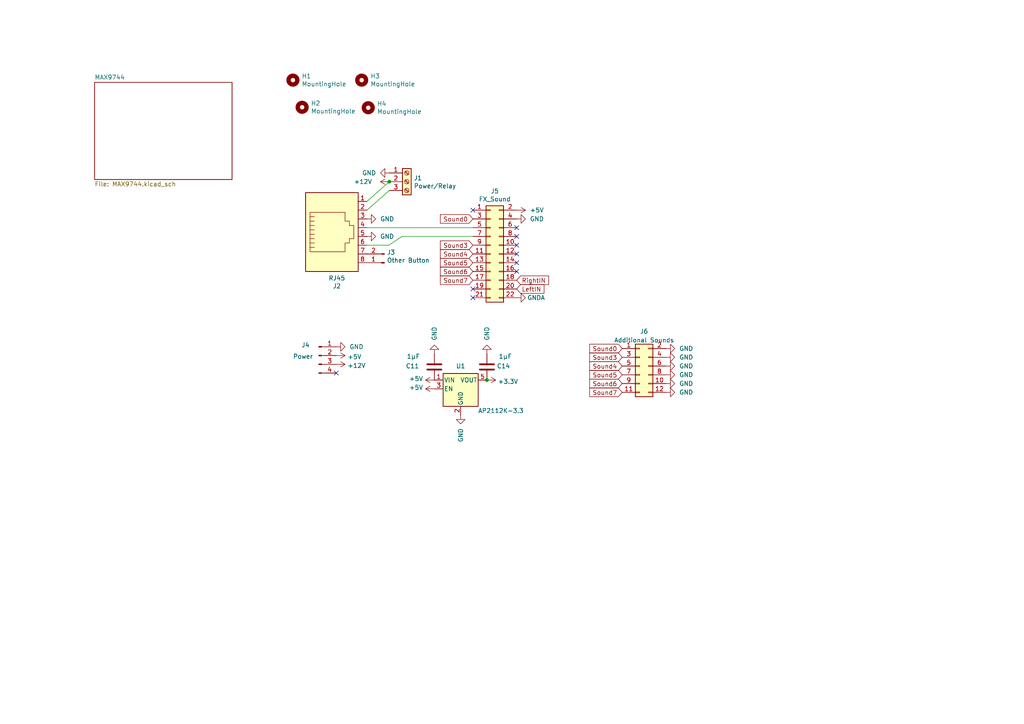
<source format=kicad_sch>
(kicad_sch (version 20211123) (generator eeschema)

  (uuid 683f4ac8-8c0e-47df-b91d-dd080bf9f640)

  (paper "A4")

  (lib_symbols
    (symbol "Connector:Conn_01x02_Male" (pin_names (offset 1.016) hide) (in_bom yes) (on_board yes)
      (property "Reference" "J" (id 0) (at 0 2.54 0)
        (effects (font (size 1.27 1.27)))
      )
      (property "Value" "Conn_01x02_Male" (id 1) (at 0 -5.08 0)
        (effects (font (size 1.27 1.27)))
      )
      (property "Footprint" "" (id 2) (at 0 0 0)
        (effects (font (size 1.27 1.27)) hide)
      )
      (property "Datasheet" "~" (id 3) (at 0 0 0)
        (effects (font (size 1.27 1.27)) hide)
      )
      (property "ki_keywords" "connector" (id 4) (at 0 0 0)
        (effects (font (size 1.27 1.27)) hide)
      )
      (property "ki_description" "Generic connector, single row, 01x02, script generated (kicad-library-utils/schlib/autogen/connector/)" (id 5) (at 0 0 0)
        (effects (font (size 1.27 1.27)) hide)
      )
      (property "ki_fp_filters" "Connector*:*_1x??_*" (id 6) (at 0 0 0)
        (effects (font (size 1.27 1.27)) hide)
      )
      (symbol "Conn_01x02_Male_1_1"
        (polyline
          (pts
            (xy 1.27 -2.54)
            (xy 0.8636 -2.54)
          )
          (stroke (width 0.1524) (type default) (color 0 0 0 0))
          (fill (type none))
        )
        (polyline
          (pts
            (xy 1.27 0)
            (xy 0.8636 0)
          )
          (stroke (width 0.1524) (type default) (color 0 0 0 0))
          (fill (type none))
        )
        (rectangle (start 0.8636 -2.413) (end 0 -2.667)
          (stroke (width 0.1524) (type default) (color 0 0 0 0))
          (fill (type outline))
        )
        (rectangle (start 0.8636 0.127) (end 0 -0.127)
          (stroke (width 0.1524) (type default) (color 0 0 0 0))
          (fill (type outline))
        )
        (pin passive line (at 5.08 0 180) (length 3.81)
          (name "Pin_1" (effects (font (size 1.27 1.27))))
          (number "1" (effects (font (size 1.27 1.27))))
        )
        (pin passive line (at 5.08 -2.54 180) (length 3.81)
          (name "Pin_2" (effects (font (size 1.27 1.27))))
          (number "2" (effects (font (size 1.27 1.27))))
        )
      )
    )
    (symbol "Connector:Conn_01x04_Male" (pin_names (offset 1.016) hide) (in_bom yes) (on_board yes)
      (property "Reference" "J" (id 0) (at 0 5.08 0)
        (effects (font (size 1.27 1.27)))
      )
      (property "Value" "Conn_01x04_Male" (id 1) (at 0 -7.62 0)
        (effects (font (size 1.27 1.27)))
      )
      (property "Footprint" "" (id 2) (at 0 0 0)
        (effects (font (size 1.27 1.27)) hide)
      )
      (property "Datasheet" "~" (id 3) (at 0 0 0)
        (effects (font (size 1.27 1.27)) hide)
      )
      (property "ki_keywords" "connector" (id 4) (at 0 0 0)
        (effects (font (size 1.27 1.27)) hide)
      )
      (property "ki_description" "Generic connector, single row, 01x04, script generated (kicad-library-utils/schlib/autogen/connector/)" (id 5) (at 0 0 0)
        (effects (font (size 1.27 1.27)) hide)
      )
      (property "ki_fp_filters" "Connector*:*_1x??_*" (id 6) (at 0 0 0)
        (effects (font (size 1.27 1.27)) hide)
      )
      (symbol "Conn_01x04_Male_1_1"
        (polyline
          (pts
            (xy 1.27 -5.08)
            (xy 0.8636 -5.08)
          )
          (stroke (width 0.1524) (type default) (color 0 0 0 0))
          (fill (type none))
        )
        (polyline
          (pts
            (xy 1.27 -2.54)
            (xy 0.8636 -2.54)
          )
          (stroke (width 0.1524) (type default) (color 0 0 0 0))
          (fill (type none))
        )
        (polyline
          (pts
            (xy 1.27 0)
            (xy 0.8636 0)
          )
          (stroke (width 0.1524) (type default) (color 0 0 0 0))
          (fill (type none))
        )
        (polyline
          (pts
            (xy 1.27 2.54)
            (xy 0.8636 2.54)
          )
          (stroke (width 0.1524) (type default) (color 0 0 0 0))
          (fill (type none))
        )
        (rectangle (start 0.8636 -4.953) (end 0 -5.207)
          (stroke (width 0.1524) (type default) (color 0 0 0 0))
          (fill (type outline))
        )
        (rectangle (start 0.8636 -2.413) (end 0 -2.667)
          (stroke (width 0.1524) (type default) (color 0 0 0 0))
          (fill (type outline))
        )
        (rectangle (start 0.8636 0.127) (end 0 -0.127)
          (stroke (width 0.1524) (type default) (color 0 0 0 0))
          (fill (type outline))
        )
        (rectangle (start 0.8636 2.667) (end 0 2.413)
          (stroke (width 0.1524) (type default) (color 0 0 0 0))
          (fill (type outline))
        )
        (pin passive line (at 5.08 2.54 180) (length 3.81)
          (name "Pin_1" (effects (font (size 1.27 1.27))))
          (number "1" (effects (font (size 1.27 1.27))))
        )
        (pin passive line (at 5.08 0 180) (length 3.81)
          (name "Pin_2" (effects (font (size 1.27 1.27))))
          (number "2" (effects (font (size 1.27 1.27))))
        )
        (pin passive line (at 5.08 -2.54 180) (length 3.81)
          (name "Pin_3" (effects (font (size 1.27 1.27))))
          (number "3" (effects (font (size 1.27 1.27))))
        )
        (pin passive line (at 5.08 -5.08 180) (length 3.81)
          (name "Pin_4" (effects (font (size 1.27 1.27))))
          (number "4" (effects (font (size 1.27 1.27))))
        )
      )
    )
    (symbol "Connector:RJ45" (pin_names (offset 1.016)) (in_bom yes) (on_board yes)
      (property "Reference" "J" (id 0) (at -5.08 13.97 0)
        (effects (font (size 1.27 1.27)) (justify right))
      )
      (property "Value" "RJ45" (id 1) (at 2.54 13.97 0)
        (effects (font (size 1.27 1.27)) (justify left))
      )
      (property "Footprint" "" (id 2) (at 0 0.635 90)
        (effects (font (size 1.27 1.27)) hide)
      )
      (property "Datasheet" "~" (id 3) (at 0 0.635 90)
        (effects (font (size 1.27 1.27)) hide)
      )
      (property "ki_keywords" "8P8C RJ female connector" (id 4) (at 0 0 0)
        (effects (font (size 1.27 1.27)) hide)
      )
      (property "ki_description" "RJ connector, 8P8C (8 positions 8 connected)" (id 5) (at 0 0 0)
        (effects (font (size 1.27 1.27)) hide)
      )
      (property "ki_fp_filters" "8P8C* RJ31* RJ32* RJ33* RJ34* RJ35* RJ41* RJ45* RJ49* RJ61*" (id 6) (at 0 0 0)
        (effects (font (size 1.27 1.27)) hide)
      )
      (symbol "RJ45_0_1"
        (polyline
          (pts
            (xy -5.08 4.445)
            (xy -6.35 4.445)
          )
          (stroke (width 0) (type default) (color 0 0 0 0))
          (fill (type none))
        )
        (polyline
          (pts
            (xy -5.08 5.715)
            (xy -6.35 5.715)
          )
          (stroke (width 0) (type default) (color 0 0 0 0))
          (fill (type none))
        )
        (polyline
          (pts
            (xy -6.35 -3.175)
            (xy -5.08 -3.175)
            (xy -5.08 -3.175)
          )
          (stroke (width 0) (type default) (color 0 0 0 0))
          (fill (type none))
        )
        (polyline
          (pts
            (xy -6.35 -1.905)
            (xy -5.08 -1.905)
            (xy -5.08 -1.905)
          )
          (stroke (width 0) (type default) (color 0 0 0 0))
          (fill (type none))
        )
        (polyline
          (pts
            (xy -6.35 -0.635)
            (xy -5.08 -0.635)
            (xy -5.08 -0.635)
          )
          (stroke (width 0) (type default) (color 0 0 0 0))
          (fill (type none))
        )
        (polyline
          (pts
            (xy -6.35 0.635)
            (xy -5.08 0.635)
            (xy -5.08 0.635)
          )
          (stroke (width 0) (type default) (color 0 0 0 0))
          (fill (type none))
        )
        (polyline
          (pts
            (xy -6.35 1.905)
            (xy -5.08 1.905)
            (xy -5.08 1.905)
          )
          (stroke (width 0) (type default) (color 0 0 0 0))
          (fill (type none))
        )
        (polyline
          (pts
            (xy -5.08 3.175)
            (xy -6.35 3.175)
            (xy -6.35 3.175)
          )
          (stroke (width 0) (type default) (color 0 0 0 0))
          (fill (type none))
        )
        (polyline
          (pts
            (xy -6.35 -4.445)
            (xy -6.35 6.985)
            (xy 3.81 6.985)
            (xy 3.81 4.445)
            (xy 5.08 4.445)
            (xy 5.08 3.175)
            (xy 6.35 3.175)
            (xy 6.35 -0.635)
            (xy 5.08 -0.635)
            (xy 5.08 -1.905)
            (xy 3.81 -1.905)
            (xy 3.81 -4.445)
            (xy -6.35 -4.445)
            (xy -6.35 -4.445)
          )
          (stroke (width 0) (type default) (color 0 0 0 0))
          (fill (type none))
        )
        (rectangle (start 7.62 12.7) (end -7.62 -10.16)
          (stroke (width 0.254) (type default) (color 0 0 0 0))
          (fill (type background))
        )
      )
      (symbol "RJ45_1_1"
        (pin passive line (at 10.16 -7.62 180) (length 2.54)
          (name "~" (effects (font (size 1.27 1.27))))
          (number "1" (effects (font (size 1.27 1.27))))
        )
        (pin passive line (at 10.16 -5.08 180) (length 2.54)
          (name "~" (effects (font (size 1.27 1.27))))
          (number "2" (effects (font (size 1.27 1.27))))
        )
        (pin passive line (at 10.16 -2.54 180) (length 2.54)
          (name "~" (effects (font (size 1.27 1.27))))
          (number "3" (effects (font (size 1.27 1.27))))
        )
        (pin passive line (at 10.16 0 180) (length 2.54)
          (name "~" (effects (font (size 1.27 1.27))))
          (number "4" (effects (font (size 1.27 1.27))))
        )
        (pin passive line (at 10.16 2.54 180) (length 2.54)
          (name "~" (effects (font (size 1.27 1.27))))
          (number "5" (effects (font (size 1.27 1.27))))
        )
        (pin passive line (at 10.16 5.08 180) (length 2.54)
          (name "~" (effects (font (size 1.27 1.27))))
          (number "6" (effects (font (size 1.27 1.27))))
        )
        (pin passive line (at 10.16 7.62 180) (length 2.54)
          (name "~" (effects (font (size 1.27 1.27))))
          (number "7" (effects (font (size 1.27 1.27))))
        )
        (pin passive line (at 10.16 10.16 180) (length 2.54)
          (name "~" (effects (font (size 1.27 1.27))))
          (number "8" (effects (font (size 1.27 1.27))))
        )
      )
    )
    (symbol "Connector:Screw_Terminal_01x03" (pin_names (offset 1.016) hide) (in_bom yes) (on_board yes)
      (property "Reference" "J" (id 0) (at 0 5.08 0)
        (effects (font (size 1.27 1.27)))
      )
      (property "Value" "Screw_Terminal_01x03" (id 1) (at 0 -5.08 0)
        (effects (font (size 1.27 1.27)))
      )
      (property "Footprint" "" (id 2) (at 0 0 0)
        (effects (font (size 1.27 1.27)) hide)
      )
      (property "Datasheet" "~" (id 3) (at 0 0 0)
        (effects (font (size 1.27 1.27)) hide)
      )
      (property "ki_keywords" "screw terminal" (id 4) (at 0 0 0)
        (effects (font (size 1.27 1.27)) hide)
      )
      (property "ki_description" "Generic screw terminal, single row, 01x03, script generated (kicad-library-utils/schlib/autogen/connector/)" (id 5) (at 0 0 0)
        (effects (font (size 1.27 1.27)) hide)
      )
      (property "ki_fp_filters" "TerminalBlock*:*" (id 6) (at 0 0 0)
        (effects (font (size 1.27 1.27)) hide)
      )
      (symbol "Screw_Terminal_01x03_1_1"
        (rectangle (start -1.27 3.81) (end 1.27 -3.81)
          (stroke (width 0.254) (type default) (color 0 0 0 0))
          (fill (type background))
        )
        (circle (center 0 -2.54) (radius 0.635)
          (stroke (width 0.1524) (type default) (color 0 0 0 0))
          (fill (type none))
        )
        (polyline
          (pts
            (xy -0.5334 -2.2098)
            (xy 0.3302 -3.048)
          )
          (stroke (width 0.1524) (type default) (color 0 0 0 0))
          (fill (type none))
        )
        (polyline
          (pts
            (xy -0.5334 0.3302)
            (xy 0.3302 -0.508)
          )
          (stroke (width 0.1524) (type default) (color 0 0 0 0))
          (fill (type none))
        )
        (polyline
          (pts
            (xy -0.5334 2.8702)
            (xy 0.3302 2.032)
          )
          (stroke (width 0.1524) (type default) (color 0 0 0 0))
          (fill (type none))
        )
        (polyline
          (pts
            (xy -0.3556 -2.032)
            (xy 0.508 -2.8702)
          )
          (stroke (width 0.1524) (type default) (color 0 0 0 0))
          (fill (type none))
        )
        (polyline
          (pts
            (xy -0.3556 0.508)
            (xy 0.508 -0.3302)
          )
          (stroke (width 0.1524) (type default) (color 0 0 0 0))
          (fill (type none))
        )
        (polyline
          (pts
            (xy -0.3556 3.048)
            (xy 0.508 2.2098)
          )
          (stroke (width 0.1524) (type default) (color 0 0 0 0))
          (fill (type none))
        )
        (circle (center 0 0) (radius 0.635)
          (stroke (width 0.1524) (type default) (color 0 0 0 0))
          (fill (type none))
        )
        (circle (center 0 2.54) (radius 0.635)
          (stroke (width 0.1524) (type default) (color 0 0 0 0))
          (fill (type none))
        )
        (pin passive line (at -5.08 2.54 0) (length 3.81)
          (name "Pin_1" (effects (font (size 1.27 1.27))))
          (number "1" (effects (font (size 1.27 1.27))))
        )
        (pin passive line (at -5.08 0 0) (length 3.81)
          (name "Pin_2" (effects (font (size 1.27 1.27))))
          (number "2" (effects (font (size 1.27 1.27))))
        )
        (pin passive line (at -5.08 -2.54 0) (length 3.81)
          (name "Pin_3" (effects (font (size 1.27 1.27))))
          (number "3" (effects (font (size 1.27 1.27))))
        )
      )
    )
    (symbol "Connector_Generic:Conn_02x06_Odd_Even" (pin_names (offset 1.016) hide) (in_bom yes) (on_board yes)
      (property "Reference" "J" (id 0) (at 1.27 7.62 0)
        (effects (font (size 1.27 1.27)))
      )
      (property "Value" "Conn_02x06_Odd_Even" (id 1) (at 1.27 -10.16 0)
        (effects (font (size 1.27 1.27)))
      )
      (property "Footprint" "" (id 2) (at 0 0 0)
        (effects (font (size 1.27 1.27)) hide)
      )
      (property "Datasheet" "~" (id 3) (at 0 0 0)
        (effects (font (size 1.27 1.27)) hide)
      )
      (property "ki_keywords" "connector" (id 4) (at 0 0 0)
        (effects (font (size 1.27 1.27)) hide)
      )
      (property "ki_description" "Generic connector, double row, 02x06, odd/even pin numbering scheme (row 1 odd numbers, row 2 even numbers), script generated (kicad-library-utils/schlib/autogen/connector/)" (id 5) (at 0 0 0)
        (effects (font (size 1.27 1.27)) hide)
      )
      (property "ki_fp_filters" "Connector*:*_2x??_*" (id 6) (at 0 0 0)
        (effects (font (size 1.27 1.27)) hide)
      )
      (symbol "Conn_02x06_Odd_Even_1_1"
        (rectangle (start -1.27 -7.493) (end 0 -7.747)
          (stroke (width 0.1524) (type default) (color 0 0 0 0))
          (fill (type none))
        )
        (rectangle (start -1.27 -4.953) (end 0 -5.207)
          (stroke (width 0.1524) (type default) (color 0 0 0 0))
          (fill (type none))
        )
        (rectangle (start -1.27 -2.413) (end 0 -2.667)
          (stroke (width 0.1524) (type default) (color 0 0 0 0))
          (fill (type none))
        )
        (rectangle (start -1.27 0.127) (end 0 -0.127)
          (stroke (width 0.1524) (type default) (color 0 0 0 0))
          (fill (type none))
        )
        (rectangle (start -1.27 2.667) (end 0 2.413)
          (stroke (width 0.1524) (type default) (color 0 0 0 0))
          (fill (type none))
        )
        (rectangle (start -1.27 5.207) (end 0 4.953)
          (stroke (width 0.1524) (type default) (color 0 0 0 0))
          (fill (type none))
        )
        (rectangle (start -1.27 6.35) (end 3.81 -8.89)
          (stroke (width 0.254) (type default) (color 0 0 0 0))
          (fill (type background))
        )
        (rectangle (start 3.81 -7.493) (end 2.54 -7.747)
          (stroke (width 0.1524) (type default) (color 0 0 0 0))
          (fill (type none))
        )
        (rectangle (start 3.81 -4.953) (end 2.54 -5.207)
          (stroke (width 0.1524) (type default) (color 0 0 0 0))
          (fill (type none))
        )
        (rectangle (start 3.81 -2.413) (end 2.54 -2.667)
          (stroke (width 0.1524) (type default) (color 0 0 0 0))
          (fill (type none))
        )
        (rectangle (start 3.81 0.127) (end 2.54 -0.127)
          (stroke (width 0.1524) (type default) (color 0 0 0 0))
          (fill (type none))
        )
        (rectangle (start 3.81 2.667) (end 2.54 2.413)
          (stroke (width 0.1524) (type default) (color 0 0 0 0))
          (fill (type none))
        )
        (rectangle (start 3.81 5.207) (end 2.54 4.953)
          (stroke (width 0.1524) (type default) (color 0 0 0 0))
          (fill (type none))
        )
        (pin passive line (at -5.08 5.08 0) (length 3.81)
          (name "Pin_1" (effects (font (size 1.27 1.27))))
          (number "1" (effects (font (size 1.27 1.27))))
        )
        (pin passive line (at 7.62 -5.08 180) (length 3.81)
          (name "Pin_10" (effects (font (size 1.27 1.27))))
          (number "10" (effects (font (size 1.27 1.27))))
        )
        (pin passive line (at -5.08 -7.62 0) (length 3.81)
          (name "Pin_11" (effects (font (size 1.27 1.27))))
          (number "11" (effects (font (size 1.27 1.27))))
        )
        (pin passive line (at 7.62 -7.62 180) (length 3.81)
          (name "Pin_12" (effects (font (size 1.27 1.27))))
          (number "12" (effects (font (size 1.27 1.27))))
        )
        (pin passive line (at 7.62 5.08 180) (length 3.81)
          (name "Pin_2" (effects (font (size 1.27 1.27))))
          (number "2" (effects (font (size 1.27 1.27))))
        )
        (pin passive line (at -5.08 2.54 0) (length 3.81)
          (name "Pin_3" (effects (font (size 1.27 1.27))))
          (number "3" (effects (font (size 1.27 1.27))))
        )
        (pin passive line (at 7.62 2.54 180) (length 3.81)
          (name "Pin_4" (effects (font (size 1.27 1.27))))
          (number "4" (effects (font (size 1.27 1.27))))
        )
        (pin passive line (at -5.08 0 0) (length 3.81)
          (name "Pin_5" (effects (font (size 1.27 1.27))))
          (number "5" (effects (font (size 1.27 1.27))))
        )
        (pin passive line (at 7.62 0 180) (length 3.81)
          (name "Pin_6" (effects (font (size 1.27 1.27))))
          (number "6" (effects (font (size 1.27 1.27))))
        )
        (pin passive line (at -5.08 -2.54 0) (length 3.81)
          (name "Pin_7" (effects (font (size 1.27 1.27))))
          (number "7" (effects (font (size 1.27 1.27))))
        )
        (pin passive line (at 7.62 -2.54 180) (length 3.81)
          (name "Pin_8" (effects (font (size 1.27 1.27))))
          (number "8" (effects (font (size 1.27 1.27))))
        )
        (pin passive line (at -5.08 -5.08 0) (length 3.81)
          (name "Pin_9" (effects (font (size 1.27 1.27))))
          (number "9" (effects (font (size 1.27 1.27))))
        )
      )
    )
    (symbol "Connector_Generic:Conn_02x11_Odd_Even" (pin_names (offset 1.016) hide) (in_bom yes) (on_board yes)
      (property "Reference" "J" (id 0) (at 1.27 15.24 0)
        (effects (font (size 1.27 1.27)))
      )
      (property "Value" "Conn_02x11_Odd_Even" (id 1) (at 1.27 -15.24 0)
        (effects (font (size 1.27 1.27)))
      )
      (property "Footprint" "" (id 2) (at 0 0 0)
        (effects (font (size 1.27 1.27)) hide)
      )
      (property "Datasheet" "~" (id 3) (at 0 0 0)
        (effects (font (size 1.27 1.27)) hide)
      )
      (property "ki_keywords" "connector" (id 4) (at 0 0 0)
        (effects (font (size 1.27 1.27)) hide)
      )
      (property "ki_description" "Generic connector, double row, 02x11, odd/even pin numbering scheme (row 1 odd numbers, row 2 even numbers), script generated (kicad-library-utils/schlib/autogen/connector/)" (id 5) (at 0 0 0)
        (effects (font (size 1.27 1.27)) hide)
      )
      (property "ki_fp_filters" "Connector*:*_2x??_*" (id 6) (at 0 0 0)
        (effects (font (size 1.27 1.27)) hide)
      )
      (symbol "Conn_02x11_Odd_Even_1_1"
        (rectangle (start -1.27 -12.573) (end 0 -12.827)
          (stroke (width 0.1524) (type default) (color 0 0 0 0))
          (fill (type none))
        )
        (rectangle (start -1.27 -10.033) (end 0 -10.287)
          (stroke (width 0.1524) (type default) (color 0 0 0 0))
          (fill (type none))
        )
        (rectangle (start -1.27 -7.493) (end 0 -7.747)
          (stroke (width 0.1524) (type default) (color 0 0 0 0))
          (fill (type none))
        )
        (rectangle (start -1.27 -4.953) (end 0 -5.207)
          (stroke (width 0.1524) (type default) (color 0 0 0 0))
          (fill (type none))
        )
        (rectangle (start -1.27 -2.413) (end 0 -2.667)
          (stroke (width 0.1524) (type default) (color 0 0 0 0))
          (fill (type none))
        )
        (rectangle (start -1.27 0.127) (end 0 -0.127)
          (stroke (width 0.1524) (type default) (color 0 0 0 0))
          (fill (type none))
        )
        (rectangle (start -1.27 2.667) (end 0 2.413)
          (stroke (width 0.1524) (type default) (color 0 0 0 0))
          (fill (type none))
        )
        (rectangle (start -1.27 5.207) (end 0 4.953)
          (stroke (width 0.1524) (type default) (color 0 0 0 0))
          (fill (type none))
        )
        (rectangle (start -1.27 7.747) (end 0 7.493)
          (stroke (width 0.1524) (type default) (color 0 0 0 0))
          (fill (type none))
        )
        (rectangle (start -1.27 10.287) (end 0 10.033)
          (stroke (width 0.1524) (type default) (color 0 0 0 0))
          (fill (type none))
        )
        (rectangle (start -1.27 12.827) (end 0 12.573)
          (stroke (width 0.1524) (type default) (color 0 0 0 0))
          (fill (type none))
        )
        (rectangle (start -1.27 13.97) (end 3.81 -13.97)
          (stroke (width 0.254) (type default) (color 0 0 0 0))
          (fill (type background))
        )
        (rectangle (start 3.81 -12.573) (end 2.54 -12.827)
          (stroke (width 0.1524) (type default) (color 0 0 0 0))
          (fill (type none))
        )
        (rectangle (start 3.81 -10.033) (end 2.54 -10.287)
          (stroke (width 0.1524) (type default) (color 0 0 0 0))
          (fill (type none))
        )
        (rectangle (start 3.81 -7.493) (end 2.54 -7.747)
          (stroke (width 0.1524) (type default) (color 0 0 0 0))
          (fill (type none))
        )
        (rectangle (start 3.81 -4.953) (end 2.54 -5.207)
          (stroke (width 0.1524) (type default) (color 0 0 0 0))
          (fill (type none))
        )
        (rectangle (start 3.81 -2.413) (end 2.54 -2.667)
          (stroke (width 0.1524) (type default) (color 0 0 0 0))
          (fill (type none))
        )
        (rectangle (start 3.81 0.127) (end 2.54 -0.127)
          (stroke (width 0.1524) (type default) (color 0 0 0 0))
          (fill (type none))
        )
        (rectangle (start 3.81 2.667) (end 2.54 2.413)
          (stroke (width 0.1524) (type default) (color 0 0 0 0))
          (fill (type none))
        )
        (rectangle (start 3.81 5.207) (end 2.54 4.953)
          (stroke (width 0.1524) (type default) (color 0 0 0 0))
          (fill (type none))
        )
        (rectangle (start 3.81 7.747) (end 2.54 7.493)
          (stroke (width 0.1524) (type default) (color 0 0 0 0))
          (fill (type none))
        )
        (rectangle (start 3.81 10.287) (end 2.54 10.033)
          (stroke (width 0.1524) (type default) (color 0 0 0 0))
          (fill (type none))
        )
        (rectangle (start 3.81 12.827) (end 2.54 12.573)
          (stroke (width 0.1524) (type default) (color 0 0 0 0))
          (fill (type none))
        )
        (pin passive line (at -5.08 12.7 0) (length 3.81)
          (name "Pin_1" (effects (font (size 1.27 1.27))))
          (number "1" (effects (font (size 1.27 1.27))))
        )
        (pin passive line (at 7.62 2.54 180) (length 3.81)
          (name "Pin_10" (effects (font (size 1.27 1.27))))
          (number "10" (effects (font (size 1.27 1.27))))
        )
        (pin passive line (at -5.08 0 0) (length 3.81)
          (name "Pin_11" (effects (font (size 1.27 1.27))))
          (number "11" (effects (font (size 1.27 1.27))))
        )
        (pin passive line (at 7.62 0 180) (length 3.81)
          (name "Pin_12" (effects (font (size 1.27 1.27))))
          (number "12" (effects (font (size 1.27 1.27))))
        )
        (pin passive line (at -5.08 -2.54 0) (length 3.81)
          (name "Pin_13" (effects (font (size 1.27 1.27))))
          (number "13" (effects (font (size 1.27 1.27))))
        )
        (pin passive line (at 7.62 -2.54 180) (length 3.81)
          (name "Pin_14" (effects (font (size 1.27 1.27))))
          (number "14" (effects (font (size 1.27 1.27))))
        )
        (pin passive line (at -5.08 -5.08 0) (length 3.81)
          (name "Pin_15" (effects (font (size 1.27 1.27))))
          (number "15" (effects (font (size 1.27 1.27))))
        )
        (pin passive line (at 7.62 -5.08 180) (length 3.81)
          (name "Pin_16" (effects (font (size 1.27 1.27))))
          (number "16" (effects (font (size 1.27 1.27))))
        )
        (pin passive line (at -5.08 -7.62 0) (length 3.81)
          (name "Pin_17" (effects (font (size 1.27 1.27))))
          (number "17" (effects (font (size 1.27 1.27))))
        )
        (pin passive line (at 7.62 -7.62 180) (length 3.81)
          (name "Pin_18" (effects (font (size 1.27 1.27))))
          (number "18" (effects (font (size 1.27 1.27))))
        )
        (pin passive line (at -5.08 -10.16 0) (length 3.81)
          (name "Pin_19" (effects (font (size 1.27 1.27))))
          (number "19" (effects (font (size 1.27 1.27))))
        )
        (pin passive line (at 7.62 12.7 180) (length 3.81)
          (name "Pin_2" (effects (font (size 1.27 1.27))))
          (number "2" (effects (font (size 1.27 1.27))))
        )
        (pin passive line (at 7.62 -10.16 180) (length 3.81)
          (name "Pin_20" (effects (font (size 1.27 1.27))))
          (number "20" (effects (font (size 1.27 1.27))))
        )
        (pin passive line (at -5.08 -12.7 0) (length 3.81)
          (name "Pin_21" (effects (font (size 1.27 1.27))))
          (number "21" (effects (font (size 1.27 1.27))))
        )
        (pin passive line (at 7.62 -12.7 180) (length 3.81)
          (name "Pin_22" (effects (font (size 1.27 1.27))))
          (number "22" (effects (font (size 1.27 1.27))))
        )
        (pin passive line (at -5.08 10.16 0) (length 3.81)
          (name "Pin_3" (effects (font (size 1.27 1.27))))
          (number "3" (effects (font (size 1.27 1.27))))
        )
        (pin passive line (at 7.62 10.16 180) (length 3.81)
          (name "Pin_4" (effects (font (size 1.27 1.27))))
          (number "4" (effects (font (size 1.27 1.27))))
        )
        (pin passive line (at -5.08 7.62 0) (length 3.81)
          (name "Pin_5" (effects (font (size 1.27 1.27))))
          (number "5" (effects (font (size 1.27 1.27))))
        )
        (pin passive line (at 7.62 7.62 180) (length 3.81)
          (name "Pin_6" (effects (font (size 1.27 1.27))))
          (number "6" (effects (font (size 1.27 1.27))))
        )
        (pin passive line (at -5.08 5.08 0) (length 3.81)
          (name "Pin_7" (effects (font (size 1.27 1.27))))
          (number "7" (effects (font (size 1.27 1.27))))
        )
        (pin passive line (at 7.62 5.08 180) (length 3.81)
          (name "Pin_8" (effects (font (size 1.27 1.27))))
          (number "8" (effects (font (size 1.27 1.27))))
        )
        (pin passive line (at -5.08 2.54 0) (length 3.81)
          (name "Pin_9" (effects (font (size 1.27 1.27))))
          (number "9" (effects (font (size 1.27 1.27))))
        )
      )
    )
    (symbol "Device:C" (pin_numbers hide) (pin_names (offset 0.254)) (in_bom yes) (on_board yes)
      (property "Reference" "C" (id 0) (at 0.635 2.54 0)
        (effects (font (size 1.27 1.27)) (justify left))
      )
      (property "Value" "C" (id 1) (at 0.635 -2.54 0)
        (effects (font (size 1.27 1.27)) (justify left))
      )
      (property "Footprint" "" (id 2) (at 0.9652 -3.81 0)
        (effects (font (size 1.27 1.27)) hide)
      )
      (property "Datasheet" "~" (id 3) (at 0 0 0)
        (effects (font (size 1.27 1.27)) hide)
      )
      (property "ki_keywords" "cap capacitor" (id 4) (at 0 0 0)
        (effects (font (size 1.27 1.27)) hide)
      )
      (property "ki_description" "Unpolarized capacitor" (id 5) (at 0 0 0)
        (effects (font (size 1.27 1.27)) hide)
      )
      (property "ki_fp_filters" "C_*" (id 6) (at 0 0 0)
        (effects (font (size 1.27 1.27)) hide)
      )
      (symbol "C_0_1"
        (polyline
          (pts
            (xy -2.032 -0.762)
            (xy 2.032 -0.762)
          )
          (stroke (width 0.508) (type default) (color 0 0 0 0))
          (fill (type none))
        )
        (polyline
          (pts
            (xy -2.032 0.762)
            (xy 2.032 0.762)
          )
          (stroke (width 0.508) (type default) (color 0 0 0 0))
          (fill (type none))
        )
      )
      (symbol "C_1_1"
        (pin passive line (at 0 3.81 270) (length 2.794)
          (name "~" (effects (font (size 1.27 1.27))))
          (number "1" (effects (font (size 1.27 1.27))))
        )
        (pin passive line (at 0 -3.81 90) (length 2.794)
          (name "~" (effects (font (size 1.27 1.27))))
          (number "2" (effects (font (size 1.27 1.27))))
        )
      )
    )
    (symbol "Mechanical:MountingHole" (pin_names (offset 1.016)) (in_bom yes) (on_board yes)
      (property "Reference" "H" (id 0) (at 0 5.08 0)
        (effects (font (size 1.27 1.27)))
      )
      (property "Value" "MountingHole" (id 1) (at 0 3.175 0)
        (effects (font (size 1.27 1.27)))
      )
      (property "Footprint" "" (id 2) (at 0 0 0)
        (effects (font (size 1.27 1.27)) hide)
      )
      (property "Datasheet" "~" (id 3) (at 0 0 0)
        (effects (font (size 1.27 1.27)) hide)
      )
      (property "ki_keywords" "mounting hole" (id 4) (at 0 0 0)
        (effects (font (size 1.27 1.27)) hide)
      )
      (property "ki_description" "Mounting Hole without connection" (id 5) (at 0 0 0)
        (effects (font (size 1.27 1.27)) hide)
      )
      (property "ki_fp_filters" "MountingHole*" (id 6) (at 0 0 0)
        (effects (font (size 1.27 1.27)) hide)
      )
      (symbol "MountingHole_0_1"
        (circle (center 0 0) (radius 1.27)
          (stroke (width 1.27) (type default) (color 0 0 0 0))
          (fill (type none))
        )
      )
    )
    (symbol "Regulator_Linear:AP2112K-3.3" (pin_names (offset 0.254)) (in_bom yes) (on_board yes)
      (property "Reference" "U" (id 0) (at -5.08 5.715 0)
        (effects (font (size 1.27 1.27)) (justify left))
      )
      (property "Value" "AP2112K-3.3" (id 1) (at 0 5.715 0)
        (effects (font (size 1.27 1.27)) (justify left))
      )
      (property "Footprint" "Package_TO_SOT_SMD:SOT-23-5" (id 2) (at 0 8.255 0)
        (effects (font (size 1.27 1.27)) hide)
      )
      (property "Datasheet" "https://www.diodes.com/assets/Datasheets/AP2112.pdf" (id 3) (at 0 2.54 0)
        (effects (font (size 1.27 1.27)) hide)
      )
      (property "ki_keywords" "linear regulator ldo fixed positive" (id 4) (at 0 0 0)
        (effects (font (size 1.27 1.27)) hide)
      )
      (property "ki_description" "600mA low dropout linear regulator, with enable pin, 3.8V-6V input voltage range, 3.3V fixed positive output, SOT-23-5" (id 5) (at 0 0 0)
        (effects (font (size 1.27 1.27)) hide)
      )
      (property "ki_fp_filters" "SOT?23?5*" (id 6) (at 0 0 0)
        (effects (font (size 1.27 1.27)) hide)
      )
      (symbol "AP2112K-3.3_0_1"
        (rectangle (start -5.08 4.445) (end 5.08 -5.08)
          (stroke (width 0.254) (type default) (color 0 0 0 0))
          (fill (type background))
        )
      )
      (symbol "AP2112K-3.3_1_1"
        (pin power_in line (at -7.62 2.54 0) (length 2.54)
          (name "VIN" (effects (font (size 1.27 1.27))))
          (number "1" (effects (font (size 1.27 1.27))))
        )
        (pin power_in line (at 0 -7.62 90) (length 2.54)
          (name "GND" (effects (font (size 1.27 1.27))))
          (number "2" (effects (font (size 1.27 1.27))))
        )
        (pin input line (at -7.62 0 0) (length 2.54)
          (name "EN" (effects (font (size 1.27 1.27))))
          (number "3" (effects (font (size 1.27 1.27))))
        )
        (pin no_connect line (at 5.08 0 180) (length 2.54) hide
          (name "NC" (effects (font (size 1.27 1.27))))
          (number "4" (effects (font (size 1.27 1.27))))
        )
        (pin power_out line (at 7.62 2.54 180) (length 2.54)
          (name "VOUT" (effects (font (size 1.27 1.27))))
          (number "5" (effects (font (size 1.27 1.27))))
        )
      )
    )
    (symbol "power:+12V" (power) (pin_names (offset 0)) (in_bom yes) (on_board yes)
      (property "Reference" "#PWR" (id 0) (at 0 -3.81 0)
        (effects (font (size 1.27 1.27)) hide)
      )
      (property "Value" "+12V" (id 1) (at 0 3.556 0)
        (effects (font (size 1.27 1.27)))
      )
      (property "Footprint" "" (id 2) (at 0 0 0)
        (effects (font (size 1.27 1.27)) hide)
      )
      (property "Datasheet" "" (id 3) (at 0 0 0)
        (effects (font (size 1.27 1.27)) hide)
      )
      (property "ki_keywords" "power-flag" (id 4) (at 0 0 0)
        (effects (font (size 1.27 1.27)) hide)
      )
      (property "ki_description" "Power symbol creates a global label with name \"+12V\"" (id 5) (at 0 0 0)
        (effects (font (size 1.27 1.27)) hide)
      )
      (symbol "+12V_0_1"
        (polyline
          (pts
            (xy -0.762 1.27)
            (xy 0 2.54)
          )
          (stroke (width 0) (type default) (color 0 0 0 0))
          (fill (type none))
        )
        (polyline
          (pts
            (xy 0 0)
            (xy 0 2.54)
          )
          (stroke (width 0) (type default) (color 0 0 0 0))
          (fill (type none))
        )
        (polyline
          (pts
            (xy 0 2.54)
            (xy 0.762 1.27)
          )
          (stroke (width 0) (type default) (color 0 0 0 0))
          (fill (type none))
        )
      )
      (symbol "+12V_1_1"
        (pin power_in line (at 0 0 90) (length 0) hide
          (name "+12V" (effects (font (size 1.27 1.27))))
          (number "1" (effects (font (size 1.27 1.27))))
        )
      )
    )
    (symbol "power:+3.3V" (power) (pin_names (offset 0)) (in_bom yes) (on_board yes)
      (property "Reference" "#PWR" (id 0) (at 0 -3.81 0)
        (effects (font (size 1.27 1.27)) hide)
      )
      (property "Value" "+3.3V" (id 1) (at 0 3.556 0)
        (effects (font (size 1.27 1.27)))
      )
      (property "Footprint" "" (id 2) (at 0 0 0)
        (effects (font (size 1.27 1.27)) hide)
      )
      (property "Datasheet" "" (id 3) (at 0 0 0)
        (effects (font (size 1.27 1.27)) hide)
      )
      (property "ki_keywords" "power-flag" (id 4) (at 0 0 0)
        (effects (font (size 1.27 1.27)) hide)
      )
      (property "ki_description" "Power symbol creates a global label with name \"+3.3V\"" (id 5) (at 0 0 0)
        (effects (font (size 1.27 1.27)) hide)
      )
      (symbol "+3.3V_0_1"
        (polyline
          (pts
            (xy -0.762 1.27)
            (xy 0 2.54)
          )
          (stroke (width 0) (type default) (color 0 0 0 0))
          (fill (type none))
        )
        (polyline
          (pts
            (xy 0 0)
            (xy 0 2.54)
          )
          (stroke (width 0) (type default) (color 0 0 0 0))
          (fill (type none))
        )
        (polyline
          (pts
            (xy 0 2.54)
            (xy 0.762 1.27)
          )
          (stroke (width 0) (type default) (color 0 0 0 0))
          (fill (type none))
        )
      )
      (symbol "+3.3V_1_1"
        (pin power_in line (at 0 0 90) (length 0) hide
          (name "+3.3V" (effects (font (size 1.27 1.27))))
          (number "1" (effects (font (size 1.27 1.27))))
        )
      )
    )
    (symbol "power:+5V" (power) (pin_names (offset 0)) (in_bom yes) (on_board yes)
      (property "Reference" "#PWR" (id 0) (at 0 -3.81 0)
        (effects (font (size 1.27 1.27)) hide)
      )
      (property "Value" "+5V" (id 1) (at 0 3.556 0)
        (effects (font (size 1.27 1.27)))
      )
      (property "Footprint" "" (id 2) (at 0 0 0)
        (effects (font (size 1.27 1.27)) hide)
      )
      (property "Datasheet" "" (id 3) (at 0 0 0)
        (effects (font (size 1.27 1.27)) hide)
      )
      (property "ki_keywords" "power-flag" (id 4) (at 0 0 0)
        (effects (font (size 1.27 1.27)) hide)
      )
      (property "ki_description" "Power symbol creates a global label with name \"+5V\"" (id 5) (at 0 0 0)
        (effects (font (size 1.27 1.27)) hide)
      )
      (symbol "+5V_0_1"
        (polyline
          (pts
            (xy -0.762 1.27)
            (xy 0 2.54)
          )
          (stroke (width 0) (type default) (color 0 0 0 0))
          (fill (type none))
        )
        (polyline
          (pts
            (xy 0 0)
            (xy 0 2.54)
          )
          (stroke (width 0) (type default) (color 0 0 0 0))
          (fill (type none))
        )
        (polyline
          (pts
            (xy 0 2.54)
            (xy 0.762 1.27)
          )
          (stroke (width 0) (type default) (color 0 0 0 0))
          (fill (type none))
        )
      )
      (symbol "+5V_1_1"
        (pin power_in line (at 0 0 90) (length 0) hide
          (name "+5V" (effects (font (size 1.27 1.27))))
          (number "1" (effects (font (size 1.27 1.27))))
        )
      )
    )
    (symbol "power:GND" (power) (pin_names (offset 0)) (in_bom yes) (on_board yes)
      (property "Reference" "#PWR" (id 0) (at 0 -6.35 0)
        (effects (font (size 1.27 1.27)) hide)
      )
      (property "Value" "GND" (id 1) (at 0 -3.81 0)
        (effects (font (size 1.27 1.27)))
      )
      (property "Footprint" "" (id 2) (at 0 0 0)
        (effects (font (size 1.27 1.27)) hide)
      )
      (property "Datasheet" "" (id 3) (at 0 0 0)
        (effects (font (size 1.27 1.27)) hide)
      )
      (property "ki_keywords" "power-flag" (id 4) (at 0 0 0)
        (effects (font (size 1.27 1.27)) hide)
      )
      (property "ki_description" "Power symbol creates a global label with name \"GND\" , ground" (id 5) (at 0 0 0)
        (effects (font (size 1.27 1.27)) hide)
      )
      (symbol "GND_0_1"
        (polyline
          (pts
            (xy 0 0)
            (xy 0 -1.27)
            (xy 1.27 -1.27)
            (xy 0 -2.54)
            (xy -1.27 -1.27)
            (xy 0 -1.27)
          )
          (stroke (width 0) (type default) (color 0 0 0 0))
          (fill (type none))
        )
      )
      (symbol "GND_1_1"
        (pin power_in line (at 0 0 270) (length 0) hide
          (name "GND" (effects (font (size 1.27 1.27))))
          (number "1" (effects (font (size 1.27 1.27))))
        )
      )
    )
    (symbol "power:GNDA" (power) (pin_names (offset 0)) (in_bom yes) (on_board yes)
      (property "Reference" "#PWR" (id 0) (at 0 -6.35 0)
        (effects (font (size 1.27 1.27)) hide)
      )
      (property "Value" "GNDA" (id 1) (at 0 -3.81 0)
        (effects (font (size 1.27 1.27)))
      )
      (property "Footprint" "" (id 2) (at 0 0 0)
        (effects (font (size 1.27 1.27)) hide)
      )
      (property "Datasheet" "" (id 3) (at 0 0 0)
        (effects (font (size 1.27 1.27)) hide)
      )
      (property "ki_keywords" "power-flag" (id 4) (at 0 0 0)
        (effects (font (size 1.27 1.27)) hide)
      )
      (property "ki_description" "Power symbol creates a global label with name \"GNDA\" , analog ground" (id 5) (at 0 0 0)
        (effects (font (size 1.27 1.27)) hide)
      )
      (symbol "GNDA_0_1"
        (polyline
          (pts
            (xy 0 0)
            (xy 0 -1.27)
            (xy 1.27 -1.27)
            (xy 0 -2.54)
            (xy -1.27 -1.27)
            (xy 0 -1.27)
          )
          (stroke (width 0) (type default) (color 0 0 0 0))
          (fill (type none))
        )
      )
      (symbol "GNDA_1_1"
        (pin power_in line (at 0 0 270) (length 0) hide
          (name "GNDA" (effects (font (size 1.27 1.27))))
          (number "1" (effects (font (size 1.27 1.27))))
        )
      )
    )
  )

  (junction (at 112.903 52.705) (diameter 0) (color 0 0 0 0)
    (uuid 255950dd-7771-4a51-a424-861061692832)
  )
  (junction (at 141.224 110.236) (diameter 0) (color 0 0 0 0)
    (uuid e9ad2f89-1301-422a-b519-c3456f73b3e5)
  )

  (no_connect (at 149.86 68.58) (uuid 235236a9-9dd1-47ce-9901-535543d0a1ff))
  (no_connect (at 137.16 86.36) (uuid 339a5f77-20fb-4477-8eb6-b11b576a698b))
  (no_connect (at 149.86 76.2) (uuid 3aeda3d4-125b-4b1e-b8ca-907e851463e2))
  (no_connect (at 137.16 83.82) (uuid 67f41460-9a7b-4f22-b42e-31761c12af4a))
  (no_connect (at 97.536 108.204) (uuid 68bfa98c-0bb3-43e8-93ed-820fa4c0c91a))
  (no_connect (at 149.86 66.04) (uuid 6a6ab15c-8be4-4356-83a9-f89cda733282))
  (no_connect (at 149.86 71.12) (uuid 6b610695-a340-4230-a9e4-a3042e12cec8))
  (no_connect (at 149.86 78.74) (uuid 7be38033-9794-45cb-873b-74910b0fcdac))
  (no_connect (at 137.16 60.96) (uuid 9fc88b12-8247-4c25-9288-59129a3cb848))
  (no_connect (at 149.86 73.66) (uuid d8fc0dfa-fbd7-450d-a63f-bec933f3163c))

  (wire (pts (xy 106.426 60.96) (xy 112.903 55.245))
    (stroke (width 0) (type default) (color 0 0 0 0))
    (uuid 2c70278d-359e-47f0-bf32-21f49b017424)
  )
  (wire (pts (xy 106.426 66.04) (xy 137.16 66.04))
    (stroke (width 0) (type default) (color 0 0 0 0))
    (uuid 813b8ba6-3b63-43c0-a756-77f211fb01ec)
  )
  (wire (pts (xy 112.776 71.12) (xy 106.426 71.12))
    (stroke (width 0) (type default) (color 0 0 0 0))
    (uuid 86514efe-ab7c-4a6e-a01e-9a8dc63fedfc)
  )
  (wire (pts (xy 106.426 58.42) (xy 112.903 52.705))
    (stroke (width 0) (type default) (color 0 0 0 0))
    (uuid 88f07ca2-8d04-4721-b75c-de012268edb7)
  )
  (wire (pts (xy 116.586 68.58) (xy 137.16 68.58))
    (stroke (width 0) (type default) (color 0 0 0 0))
    (uuid 9762142d-9867-41f2-aa3e-e6e8d707b223)
  )
  (wire (pts (xy 116.586 68.58) (xy 112.776 71.12))
    (stroke (width 0) (type default) (color 0 0 0 0))
    (uuid ae7fbb4e-b8b3-4db2-8128-e07ca425c012)
  )

  (global_label "Sound4" (shape input) (at 180.467 106.172 180) (fields_autoplaced)
    (effects (font (size 1.27 1.27)) (justify right))
    (uuid 2d5616f9-1d40-4570-b2b4-686fec2f45b0)
    (property "Intersheet References" "${INTERSHEET_REFS}" (id 0) (at 171.1276 106.0926 0)
      (effects (font (size 1.27 1.27)) (justify right) hide)
    )
  )
  (global_label "Sound5" (shape input) (at 180.467 108.712 180) (fields_autoplaced)
    (effects (font (size 1.27 1.27)) (justify right))
    (uuid 3b8c7dce-7287-40b4-8178-718e1606154e)
    (property "Intersheet References" "${INTERSHEET_REFS}" (id 0) (at 171.1276 108.6326 0)
      (effects (font (size 1.27 1.27)) (justify right) hide)
    )
  )
  (global_label "RightIN" (shape input) (at 149.86 81.28 0) (fields_autoplaced)
    (effects (font (size 1.27 1.27)) (justify left))
    (uuid 3d91c828-1908-4f64-b5d3-8171b524d9fa)
    (property "Intersheet References" "${INTERSHEET_REFS}" (id 0) (at 0 0 0)
      (effects (font (size 1.27 1.27)) hide)
    )
  )
  (global_label "Sound4" (shape input) (at 137.16 73.66 180) (fields_autoplaced)
    (effects (font (size 1.27 1.27)) (justify right))
    (uuid 40ece351-3ed0-40cd-8503-838925fe6e68)
    (property "Intersheet References" "${INTERSHEET_REFS}" (id 0) (at 127.8206 73.5806 0)
      (effects (font (size 1.27 1.27)) (justify right) hide)
    )
  )
  (global_label "Sound6" (shape input) (at 180.467 111.252 180) (fields_autoplaced)
    (effects (font (size 1.27 1.27)) (justify right))
    (uuid 4e72ebf1-ae9a-49f3-b30a-b1b15e8e3cd1)
    (property "Intersheet References" "${INTERSHEET_REFS}" (id 0) (at 171.1276 111.1726 0)
      (effects (font (size 1.27 1.27)) (justify right) hide)
    )
  )
  (global_label "Sound7" (shape input) (at 180.467 113.792 180) (fields_autoplaced)
    (effects (font (size 1.27 1.27)) (justify right))
    (uuid 64ce6a6b-1825-46c1-b840-f3a6db3e91a5)
    (property "Intersheet References" "${INTERSHEET_REFS}" (id 0) (at 171.1276 113.7126 0)
      (effects (font (size 1.27 1.27)) (justify right) hide)
    )
  )
  (global_label "Sound0" (shape input) (at 137.16 63.5 180) (fields_autoplaced)
    (effects (font (size 1.27 1.27)) (justify right))
    (uuid 77d4a669-822e-4c7a-bdef-75cea0da67ef)
    (property "Intersheet References" "${INTERSHEET_REFS}" (id 0) (at 127.8206 63.4206 0)
      (effects (font (size 1.27 1.27)) (justify right) hide)
    )
  )
  (global_label "Sound3" (shape input) (at 137.16 71.12 180) (fields_autoplaced)
    (effects (font (size 1.27 1.27)) (justify right))
    (uuid 891b72a3-bdb8-4e00-a9b9-428029713365)
    (property "Intersheet References" "${INTERSHEET_REFS}" (id 0) (at 127.8206 71.0406 0)
      (effects (font (size 1.27 1.27)) (justify right) hide)
    )
  )
  (global_label "Sound0" (shape input) (at 180.467 101.092 180) (fields_autoplaced)
    (effects (font (size 1.27 1.27)) (justify right))
    (uuid a1e9127e-adf3-4759-a711-6fe9ce3d37b7)
    (property "Intersheet References" "${INTERSHEET_REFS}" (id 0) (at 171.1276 101.0126 0)
      (effects (font (size 1.27 1.27)) (justify right) hide)
    )
  )
  (global_label "Sound5" (shape input) (at 137.16 76.2 180) (fields_autoplaced)
    (effects (font (size 1.27 1.27)) (justify right))
    (uuid a7a2367b-c73a-4ac4-9ad6-3e168b0ae131)
    (property "Intersheet References" "${INTERSHEET_REFS}" (id 0) (at 127.8206 76.1206 0)
      (effects (font (size 1.27 1.27)) (justify right) hide)
    )
  )
  (global_label "Sound7" (shape input) (at 137.16 81.28 180) (fields_autoplaced)
    (effects (font (size 1.27 1.27)) (justify right))
    (uuid c6344ccd-45a4-42ce-91b8-eb5dee35c8cc)
    (property "Intersheet References" "${INTERSHEET_REFS}" (id 0) (at 127.8206 81.2006 0)
      (effects (font (size 1.27 1.27)) (justify right) hide)
    )
  )
  (global_label "Sound3" (shape input) (at 180.467 103.632 180) (fields_autoplaced)
    (effects (font (size 1.27 1.27)) (justify right))
    (uuid ca6ed14b-e6f7-40e7-898f-b2f1a76dd73c)
    (property "Intersheet References" "${INTERSHEET_REFS}" (id 0) (at 171.1276 103.5526 0)
      (effects (font (size 1.27 1.27)) (justify right) hide)
    )
  )
  (global_label "Sound6" (shape input) (at 137.16 78.74 180) (fields_autoplaced)
    (effects (font (size 1.27 1.27)) (justify right))
    (uuid dbc09225-33a5-4f03-8163-dfb0669169e6)
    (property "Intersheet References" "${INTERSHEET_REFS}" (id 0) (at 127.8206 78.6606 0)
      (effects (font (size 1.27 1.27)) (justify right) hide)
    )
  )
  (global_label "LeftIN" (shape input) (at 149.86 83.82 0) (fields_autoplaced)
    (effects (font (size 1.27 1.27)) (justify left))
    (uuid ea3d6d2b-9b71-4ae1-899e-061767d4ca10)
    (property "Intersheet References" "${INTERSHEET_REFS}" (id 0) (at 0 0 0)
      (effects (font (size 1.27 1.27)) hide)
    )
  )

  (symbol (lib_id "Connector_Generic:Conn_02x11_Odd_Even") (at 142.24 73.66 0) (unit 1)
    (in_bom yes) (on_board yes)
    (uuid 00000000-0000-0000-0000-00005dd617cb)
    (property "Reference" "J5" (id 0) (at 143.51 55.4482 0))
    (property "Value" "FX_Sound" (id 1) (at 143.51 57.7596 0))
    (property "Footprint" "Useful Modifications:FXSound_2x11_P2.54mm" (id 2) (at 142.24 73.66 0)
      (effects (font (size 1.27 1.27)) hide)
    )
    (property "Datasheet" "~" (id 3) (at 142.24 73.66 0)
      (effects (font (size 1.27 1.27)) hide)
    )
    (pin "1" (uuid 5b0c96d0-782b-40d1-bfb2-30f1c1c7df25))
    (pin "10" (uuid f5e79669-70a1-44ef-a4f6-824464772b47))
    (pin "11" (uuid ca120bff-017e-4363-9523-ae5c9317af25))
    (pin "12" (uuid 42e7202d-fa53-4788-b677-5f9b5fe2cc69))
    (pin "13" (uuid b7bd7fae-b186-4331-9645-18d6ffada4e8))
    (pin "14" (uuid 80bc4f01-f9ea-40e6-9b2b-fc89febc6f63))
    (pin "15" (uuid 11be901e-9941-400c-b716-ac1cd643edbb))
    (pin "16" (uuid 360996aa-baaa-4355-9fa6-b64e4bc51875))
    (pin "17" (uuid 81e525a0-c598-4757-a8f2-fea17fccc140))
    (pin "18" (uuid 09a248c8-1879-4629-b402-50cd3570f911))
    (pin "19" (uuid d6f91768-f8cf-42ce-84ca-f3fae0212299))
    (pin "2" (uuid 1c7b644c-d1e1-40bf-b4d6-6ad1825ea311))
    (pin "20" (uuid 8dfe2102-e625-4406-b42d-aa1363a6ad0a))
    (pin "21" (uuid b5742478-b0ad-46ee-8b28-884183d2dcfe))
    (pin "22" (uuid 81b83a96-0acb-4d81-a872-37508d0f742c))
    (pin "3" (uuid ed19e2d7-5c8b-408f-b051-f43962ac45a7))
    (pin "4" (uuid 54c79f85-0d8d-4baa-a860-d5022de99894))
    (pin "5" (uuid d473afbb-e8fc-434a-aa85-a5b74c70f1e8))
    (pin "6" (uuid 3b90b869-56a4-44ad-92fb-5c7f6b232962))
    (pin "7" (uuid 5e32c9f0-2c30-40e2-8494-63825ff2a5bd))
    (pin "8" (uuid f3ab07fb-63ac-4284-9f97-cf520197f0ca))
    (pin "9" (uuid 99ddb882-bcf3-4487-8e86-a9fc9527256c))
  )

  (symbol (lib_id "Connector:RJ45") (at 96.266 66.04 0) (mirror x) (unit 1)
    (in_bom yes) (on_board yes)
    (uuid 00000000-0000-0000-0000-00005dd687c7)
    (property "Reference" "J2" (id 0) (at 97.7138 82.9818 0))
    (property "Value" "RJ45" (id 1) (at 97.7138 80.6704 0))
    (property "Footprint" "Useful Modifications:RJ45_x08_Tab_Up" (id 2) (at 96.266 66.675 90)
      (effects (font (size 1.27 1.27)) hide)
    )
    (property "Datasheet" "~" (id 3) (at 96.266 66.675 90)
      (effects (font (size 1.27 1.27)) hide)
    )
    (pin "1" (uuid 6b5a284f-fffd-4c54-a678-000da1f37be0))
    (pin "2" (uuid bf28a715-3b25-4cef-bd5d-043215994461))
    (pin "3" (uuid acedf8bd-a9c1-4231-92d1-4726086bd0e5))
    (pin "4" (uuid 547c5a81-58cc-42e9-871d-53023219e019))
    (pin "5" (uuid 5ce005a4-b674-4cdd-af80-2f3d0513bf03))
    (pin "6" (uuid 39371846-c369-46e8-a6a3-225b06e1611b))
    (pin "7" (uuid 027910ac-c9c7-4fb4-b3d6-43a44cfffebf))
    (pin "8" (uuid 82ee4f97-bf58-409c-87aa-863c4eb70d42))
  )

  (symbol (lib_id "Connector:Conn_01x02_Male") (at 111.506 76.2 180) (unit 1)
    (in_bom yes) (on_board yes)
    (uuid 00000000-0000-0000-0000-00005dd6a29e)
    (property "Reference" "J3" (id 0) (at 112.2172 73.2028 0)
      (effects (font (size 1.27 1.27)) (justify right))
    )
    (property "Value" "Other Button" (id 1) (at 112.2172 75.5142 0)
      (effects (font (size 1.27 1.27)) (justify right))
    )
    (property "Footprint" "Connector_PinHeader_2.54mm:PinHeader_1x02_P2.54mm_Vertical" (id 2) (at 111.506 76.2 0)
      (effects (font (size 1.27 1.27)) hide)
    )
    (property "Datasheet" "~" (id 3) (at 111.506 76.2 0)
      (effects (font (size 1.27 1.27)) hide)
    )
    (pin "1" (uuid c78c8c36-b047-4508-9b8b-65c3e22f755d))
    (pin "2" (uuid 0ffba4b3-33d1-4618-a7c4-8696633b76b4))
  )

  (symbol (lib_id "power:GND") (at 106.426 68.58 90) (unit 1)
    (in_bom yes) (on_board yes)
    (uuid 00000000-0000-0000-0000-00005dd6cc27)
    (property "Reference" "#PWR04" (id 0) (at 112.776 68.58 0)
      (effects (font (size 1.27 1.27)) hide)
    )
    (property "Value" "GND" (id 1) (at 110.236 68.58 90)
      (effects (font (size 1.27 1.27)) (justify right))
    )
    (property "Footprint" "" (id 2) (at 106.426 68.58 0)
      (effects (font (size 1.27 1.27)) hide)
    )
    (property "Datasheet" "" (id 3) (at 106.426 68.58 0)
      (effects (font (size 1.27 1.27)) hide)
    )
    (pin "1" (uuid c745fc3d-8d63-46a1-bfe4-6745ea8903e9))
  )

  (symbol (lib_id "power:GND") (at 149.86 63.5 90) (unit 1)
    (in_bom yes) (on_board yes)
    (uuid 00000000-0000-0000-0000-00005dd703b3)
    (property "Reference" "#PWR010" (id 0) (at 156.21 63.5 0)
      (effects (font (size 1.27 1.27)) hide)
    )
    (property "Value" "GND" (id 1) (at 153.67 63.5 90)
      (effects (font (size 1.27 1.27)) (justify right))
    )
    (property "Footprint" "" (id 2) (at 149.86 63.5 0)
      (effects (font (size 1.27 1.27)) hide)
    )
    (property "Datasheet" "" (id 3) (at 149.86 63.5 0)
      (effects (font (size 1.27 1.27)) hide)
    )
    (pin "1" (uuid 66422a82-6be1-47a3-9492-ca9309ff3cf6))
  )

  (symbol (lib_id "power:+12V") (at 112.903 52.705 90) (unit 1)
    (in_bom yes) (on_board yes)
    (uuid 00000000-0000-0000-0000-00005dd7bd56)
    (property "Reference" "#PWR01" (id 0) (at 116.713 52.705 0)
      (effects (font (size 1.27 1.27)) hide)
    )
    (property "Value" "+12V" (id 1) (at 105.283 52.705 90))
    (property "Footprint" "" (id 2) (at 112.903 52.705 0)
      (effects (font (size 1.27 1.27)) hide)
    )
    (property "Datasheet" "" (id 3) (at 112.903 52.705 0)
      (effects (font (size 1.27 1.27)) hide)
    )
    (pin "1" (uuid f15a7853-2e78-4a09-80b7-d444e13272aa))
  )

  (symbol (lib_id "power:+12V") (at 97.536 105.664 270) (unit 1)
    (in_bom yes) (on_board yes)
    (uuid 00000000-0000-0000-0000-00005dd7c79b)
    (property "Reference" "#PWR05" (id 0) (at 93.726 105.664 0)
      (effects (font (size 1.27 1.27)) hide)
    )
    (property "Value" "+12V" (id 1) (at 100.7872 106.045 90)
      (effects (font (size 1.27 1.27)) (justify left))
    )
    (property "Footprint" "" (id 2) (at 97.536 105.664 0)
      (effects (font (size 1.27 1.27)) hide)
    )
    (property "Datasheet" "" (id 3) (at 97.536 105.664 0)
      (effects (font (size 1.27 1.27)) hide)
    )
    (pin "1" (uuid 5529a699-acf6-482e-8e41-a6d618158cf1))
  )

  (symbol (lib_id "power:+5V") (at 97.536 103.124 270) (unit 1)
    (in_bom yes) (on_board yes)
    (uuid 00000000-0000-0000-0000-00005dd7f84b)
    (property "Reference" "#PWR07" (id 0) (at 93.726 103.124 0)
      (effects (font (size 1.27 1.27)) hide)
    )
    (property "Value" "+5V" (id 1) (at 100.7872 103.505 90)
      (effects (font (size 1.27 1.27)) (justify left))
    )
    (property "Footprint" "" (id 2) (at 97.536 103.124 0)
      (effects (font (size 1.27 1.27)) hide)
    )
    (property "Datasheet" "" (id 3) (at 97.536 103.124 0)
      (effects (font (size 1.27 1.27)) hide)
    )
    (pin "1" (uuid 7d4e8ea5-ba06-4b9c-aca7-0f092951964a))
  )

  (symbol (lib_id "power:+5V") (at 149.86 60.96 270) (unit 1)
    (in_bom yes) (on_board yes)
    (uuid 00000000-0000-0000-0000-00005dd847bf)
    (property "Reference" "#PWR09" (id 0) (at 146.05 60.96 0)
      (effects (font (size 1.27 1.27)) hide)
    )
    (property "Value" "+5V" (id 1) (at 153.67 60.96 90)
      (effects (font (size 1.27 1.27)) (justify left))
    )
    (property "Footprint" "" (id 2) (at 149.86 60.96 0)
      (effects (font (size 1.27 1.27)) hide)
    )
    (property "Datasheet" "" (id 3) (at 149.86 60.96 0)
      (effects (font (size 1.27 1.27)) hide)
    )
    (pin "1" (uuid d39a2d89-9121-4dc2-846c-c7deca576451))
  )

  (symbol (lib_id "power:GND") (at 106.426 63.5 90) (unit 1)
    (in_bom yes) (on_board yes)
    (uuid 00000000-0000-0000-0000-00005dd8903c)
    (property "Reference" "#PWR03" (id 0) (at 112.776 63.5 0)
      (effects (font (size 1.27 1.27)) hide)
    )
    (property "Value" "GND" (id 1) (at 110.236 63.5 90)
      (effects (font (size 1.27 1.27)) (justify right))
    )
    (property "Footprint" "" (id 2) (at 106.426 63.5 0)
      (effects (font (size 1.27 1.27)) hide)
    )
    (property "Datasheet" "" (id 3) (at 106.426 63.5 0)
      (effects (font (size 1.27 1.27)) hide)
    )
    (pin "1" (uuid ca48c0a7-d2df-46f3-aab6-780d45a2fd48))
  )

  (symbol (lib_id "power:GND") (at 97.536 100.584 90) (unit 1)
    (in_bom yes) (on_board yes)
    (uuid 00000000-0000-0000-0000-00005fcaf5db)
    (property "Reference" "#PWR02" (id 0) (at 103.886 100.584 0)
      (effects (font (size 1.27 1.27)) hide)
    )
    (property "Value" "GND" (id 1) (at 101.346 100.584 90)
      (effects (font (size 1.27 1.27)) (justify right))
    )
    (property "Footprint" "" (id 2) (at 97.536 100.584 0)
      (effects (font (size 1.27 1.27)) hide)
    )
    (property "Datasheet" "" (id 3) (at 97.536 100.584 0)
      (effects (font (size 1.27 1.27)) hide)
    )
    (pin "1" (uuid b8399cb9-3819-4091-8b31-941412f7a887))
  )

  (symbol (lib_id "power:GND") (at 112.903 50.165 270) (unit 1)
    (in_bom yes) (on_board yes)
    (uuid 00000000-0000-0000-0000-00005fcb0b7e)
    (property "Reference" "#PWR06" (id 0) (at 106.553 50.165 0)
      (effects (font (size 1.27 1.27)) hide)
    )
    (property "Value" "GND" (id 1) (at 109.093 50.165 90)
      (effects (font (size 1.27 1.27)) (justify right))
    )
    (property "Footprint" "" (id 2) (at 112.903 50.165 0)
      (effects (font (size 1.27 1.27)) hide)
    )
    (property "Datasheet" "" (id 3) (at 112.903 50.165 0)
      (effects (font (size 1.27 1.27)) hide)
    )
    (pin "1" (uuid 34b535a1-26e3-4166-ac1a-73976b5a3b2f))
  )

  (symbol (lib_id "power:GNDA") (at 149.86 86.36 90) (unit 1)
    (in_bom yes) (on_board yes)
    (uuid 00000000-0000-0000-0000-00005fcb2725)
    (property "Reference" "#PWR08" (id 0) (at 156.21 86.36 0)
      (effects (font (size 1.27 1.27)) hide)
    )
    (property "Value" "GNDA" (id 1) (at 152.908 86.36 90)
      (effects (font (size 1.27 1.27)) (justify right))
    )
    (property "Footprint" "" (id 2) (at 149.86 86.36 0)
      (effects (font (size 1.27 1.27)) hide)
    )
    (property "Datasheet" "" (id 3) (at 149.86 86.36 0)
      (effects (font (size 1.27 1.27)) hide)
    )
    (pin "1" (uuid 5c69acb2-0993-4e58-a7c4-21ac8acc4ef0))
  )

  (symbol (lib_id "Connector:Conn_01x04_Male") (at 92.456 103.124 0) (unit 1)
    (in_bom yes) (on_board yes)
    (uuid 00000000-0000-0000-0000-00005fcb5633)
    (property "Reference" "J4" (id 0) (at 88.646 100.076 0))
    (property "Value" "Power" (id 1) (at 87.884 103.378 0))
    (property "Footprint" "Useful Modifications:AdaFruit_MPM3610" (id 2) (at 92.456 103.124 0)
      (effects (font (size 1.27 1.27)) hide)
    )
    (property "Datasheet" "~" (id 3) (at 92.456 103.124 0)
      (effects (font (size 1.27 1.27)) hide)
    )
    (pin "1" (uuid 5d11330f-4822-4f35-8d82-07be9e8fe62d))
    (pin "2" (uuid 476360ba-e996-496f-862f-9ec8fe2a5d99))
    (pin "3" (uuid 8cf03a59-db8e-44f1-8753-6a1ec742fd0f))
    (pin "4" (uuid b0a3da33-f8ae-4f88-b09c-c120586de1f5))
  )

  (symbol (lib_id "Regulator_Linear:AP2112K-3.3") (at 133.604 112.776 0) (unit 1)
    (in_bom yes) (on_board yes)
    (uuid 00000000-0000-0000-0000-00005fd9b9e5)
    (property "Reference" "U1" (id 0) (at 133.604 106.172 0))
    (property "Value" "AP2112K-3.3" (id 1) (at 145.288 119.126 0))
    (property "Footprint" "Package_TO_SOT_SMD:SOT-23-5" (id 2) (at 133.604 104.521 0)
      (effects (font (size 1.27 1.27)) hide)
    )
    (property "Datasheet" "https://www.diodes.com/assets/Datasheets/AP2112.pdf" (id 3) (at 133.604 110.236 0)
      (effects (font (size 1.27 1.27)) hide)
    )
    (pin "1" (uuid 3222c56e-bb1b-46ee-9553-96a05f8ef848))
    (pin "2" (uuid fce28ac1-0f77-4db2-beff-51fb7d563174))
    (pin "3" (uuid 3c595407-eca6-421f-92d1-d3d3f850e746))
    (pin "4" (uuid d45a8b58-f4d1-4f8f-8e9e-21c2507a2f6a))
    (pin "5" (uuid e00afb88-7f95-44e3-8ff5-370ebabcfa2e))
  )

  (symbol (lib_id "power:+5V") (at 125.984 112.776 90) (unit 1)
    (in_bom yes) (on_board yes)
    (uuid 00000000-0000-0000-0000-00005fd9d63f)
    (property "Reference" "#PWR013" (id 0) (at 129.794 112.776 0)
      (effects (font (size 1.27 1.27)) hide)
    )
    (property "Value" "+5V" (id 1) (at 122.7328 112.395 90)
      (effects (font (size 1.27 1.27)) (justify left))
    )
    (property "Footprint" "" (id 2) (at 125.984 112.776 0)
      (effects (font (size 1.27 1.27)) hide)
    )
    (property "Datasheet" "" (id 3) (at 125.984 112.776 0)
      (effects (font (size 1.27 1.27)) hide)
    )
    (pin "1" (uuid f083931a-d7d2-4837-a0d6-f6afd088c046))
  )

  (symbol (lib_id "power:+5V") (at 125.984 110.236 90) (unit 1)
    (in_bom yes) (on_board yes)
    (uuid 00000000-0000-0000-0000-00005fd9e04c)
    (property "Reference" "#PWR012" (id 0) (at 129.794 110.236 0)
      (effects (font (size 1.27 1.27)) hide)
    )
    (property "Value" "+5V" (id 1) (at 122.7328 109.855 90)
      (effects (font (size 1.27 1.27)) (justify left))
    )
    (property "Footprint" "" (id 2) (at 125.984 110.236 0)
      (effects (font (size 1.27 1.27)) hide)
    )
    (property "Datasheet" "" (id 3) (at 125.984 110.236 0)
      (effects (font (size 1.27 1.27)) hide)
    )
    (pin "1" (uuid 3ded0b14-381f-4f69-b18b-491ac37134a1))
  )

  (symbol (lib_id "Device:C") (at 125.984 106.426 0) (unit 1)
    (in_bom yes) (on_board yes)
    (uuid 00000000-0000-0000-0000-00005fda2bd7)
    (property "Reference" "C11" (id 0) (at 119.634 106.172 0))
    (property "Value" "1µF" (id 1) (at 119.888 103.378 0))
    (property "Footprint" "Capacitor_SMD:C_0805_2012Metric_Pad1.15x1.40mm_HandSolder" (id 2) (at 126.9492 110.236 0)
      (effects (font (size 1.27 1.27)) hide)
    )
    (property "Datasheet" "https://content.kemet.com/datasheets/KEM_C1002_X7R_SMD.pdf" (id 3) (at 125.984 106.426 0)
      (effects (font (size 1.27 1.27)) hide)
    )
    (property "DigiKey ID" "	399-8000-1-ND" (id 4) (at 125.984 106.426 0)
      (effects (font (size 1.27 1.27)) hide)
    )
    (pin "1" (uuid 2b0c10ef-9f1d-44b0-8f7b-c6abf5b2263f))
    (pin "2" (uuid 6111d538-93d8-441b-8a01-027dcbcd8fed))
  )

  (symbol (lib_id "power:GND") (at 125.984 102.616 180) (unit 1)
    (in_bom yes) (on_board yes)
    (uuid 00000000-0000-0000-0000-00005fda4cb9)
    (property "Reference" "#PWR011" (id 0) (at 125.984 96.266 0)
      (effects (font (size 1.27 1.27)) hide)
    )
    (property "Value" "GND" (id 1) (at 125.984 98.806 90)
      (effects (font (size 1.27 1.27)) (justify right))
    )
    (property "Footprint" "" (id 2) (at 125.984 102.616 0)
      (effects (font (size 1.27 1.27)) hide)
    )
    (property "Datasheet" "" (id 3) (at 125.984 102.616 0)
      (effects (font (size 1.27 1.27)) hide)
    )
    (pin "1" (uuid ce61b664-4676-4129-9733-c29953c0e98b))
  )

  (symbol (lib_id "power:GND") (at 133.604 120.396 0) (unit 1)
    (in_bom yes) (on_board yes)
    (uuid 00000000-0000-0000-0000-00005fda5e51)
    (property "Reference" "#PWR014" (id 0) (at 133.604 126.746 0)
      (effects (font (size 1.27 1.27)) hide)
    )
    (property "Value" "GND" (id 1) (at 133.604 124.206 90)
      (effects (font (size 1.27 1.27)) (justify right))
    )
    (property "Footprint" "" (id 2) (at 133.604 120.396 0)
      (effects (font (size 1.27 1.27)) hide)
    )
    (property "Datasheet" "" (id 3) (at 133.604 120.396 0)
      (effects (font (size 1.27 1.27)) hide)
    )
    (pin "1" (uuid 49461ddf-4b58-40a2-9ab6-6385179d5366))
  )

  (symbol (lib_id "Device:C") (at 141.224 106.426 0) (unit 1)
    (in_bom yes) (on_board yes)
    (uuid 00000000-0000-0000-0000-00005fda8602)
    (property "Reference" "C14" (id 0) (at 146.05 106.172 0))
    (property "Value" "1µF" (id 1) (at 146.558 103.378 0))
    (property "Footprint" "Capacitor_SMD:C_0805_2012Metric_Pad1.15x1.40mm_HandSolder" (id 2) (at 142.1892 110.236 0)
      (effects (font (size 1.27 1.27)) hide)
    )
    (property "Datasheet" "https://content.kemet.com/datasheets/KEM_C1002_X7R_SMD.pdf" (id 3) (at 141.224 106.426 0)
      (effects (font (size 1.27 1.27)) hide)
    )
    (property "DigiKey ID" "	399-8000-1-ND" (id 4) (at 141.224 106.426 0)
      (effects (font (size 1.27 1.27)) hide)
    )
    (pin "1" (uuid 57afa098-8551-4389-af1c-e0d8f68a6566))
    (pin "2" (uuid e05d47ec-9313-48eb-83db-25042a1139a1))
  )

  (symbol (lib_id "power:GND") (at 141.224 102.616 180) (unit 1)
    (in_bom yes) (on_board yes)
    (uuid 00000000-0000-0000-0000-00005fda8608)
    (property "Reference" "#PWR015" (id 0) (at 141.224 96.266 0)
      (effects (font (size 1.27 1.27)) hide)
    )
    (property "Value" "GND" (id 1) (at 141.224 98.806 90)
      (effects (font (size 1.27 1.27)) (justify right))
    )
    (property "Footprint" "" (id 2) (at 141.224 102.616 0)
      (effects (font (size 1.27 1.27)) hide)
    )
    (property "Datasheet" "" (id 3) (at 141.224 102.616 0)
      (effects (font (size 1.27 1.27)) hide)
    )
    (pin "1" (uuid dfd11da2-7623-4df9-8fee-86273db0d610))
  )

  (symbol (lib_id "Mechanical:MountingHole") (at 84.963 23.241 0) (unit 1)
    (in_bom yes) (on_board yes)
    (uuid 00000000-0000-0000-0000-000060696523)
    (property "Reference" "H1" (id 0) (at 87.503 22.0726 0)
      (effects (font (size 1.27 1.27)) (justify left))
    )
    (property "Value" "MountingHole" (id 1) (at 87.503 24.384 0)
      (effects (font (size 1.27 1.27)) (justify left))
    )
    (property "Footprint" "MountingHole:MountingHole_2.5mm" (id 2) (at 84.963 23.241 0)
      (effects (font (size 1.27 1.27)) hide)
    )
    (property "Datasheet" "~" (id 3) (at 84.963 23.241 0)
      (effects (font (size 1.27 1.27)) hide)
    )
  )

  (symbol (lib_id "Mechanical:MountingHole") (at 87.63 31.115 0) (unit 1)
    (in_bom yes) (on_board yes)
    (uuid 00000000-0000-0000-0000-000060696872)
    (property "Reference" "H2" (id 0) (at 90.17 29.9466 0)
      (effects (font (size 1.27 1.27)) (justify left))
    )
    (property "Value" "MountingHole" (id 1) (at 90.17 32.258 0)
      (effects (font (size 1.27 1.27)) (justify left))
    )
    (property "Footprint" "MountingHole:MountingHole_2.5mm" (id 2) (at 87.63 31.115 0)
      (effects (font (size 1.27 1.27)) hide)
    )
    (property "Datasheet" "~" (id 3) (at 87.63 31.115 0)
      (effects (font (size 1.27 1.27)) hide)
    )
  )

  (symbol (lib_id "Mechanical:MountingHole") (at 104.902 23.241 0) (unit 1)
    (in_bom yes) (on_board yes)
    (uuid 00000000-0000-0000-0000-000060697372)
    (property "Reference" "H3" (id 0) (at 107.442 22.0726 0)
      (effects (font (size 1.27 1.27)) (justify left))
    )
    (property "Value" "MountingHole" (id 1) (at 107.442 24.384 0)
      (effects (font (size 1.27 1.27)) (justify left))
    )
    (property "Footprint" "MountingHole:MountingHole_2.5mm" (id 2) (at 104.902 23.241 0)
      (effects (font (size 1.27 1.27)) hide)
    )
    (property "Datasheet" "~" (id 3) (at 104.902 23.241 0)
      (effects (font (size 1.27 1.27)) hide)
    )
  )

  (symbol (lib_id "Mechanical:MountingHole") (at 106.807 31.242 0) (unit 1)
    (in_bom yes) (on_board yes)
    (uuid 00000000-0000-0000-0000-000060697a16)
    (property "Reference" "H4" (id 0) (at 109.347 30.0736 0)
      (effects (font (size 1.27 1.27)) (justify left))
    )
    (property "Value" "MountingHole" (id 1) (at 109.347 32.385 0)
      (effects (font (size 1.27 1.27)) (justify left))
    )
    (property "Footprint" "MountingHole:MountingHole_2.5mm" (id 2) (at 106.807 31.242 0)
      (effects (font (size 1.27 1.27)) hide)
    )
    (property "Datasheet" "~" (id 3) (at 106.807 31.242 0)
      (effects (font (size 1.27 1.27)) hide)
    )
  )

  (symbol (lib_id "Connector:Screw_Terminal_01x03") (at 117.983 52.705 0) (unit 1)
    (in_bom yes) (on_board yes)
    (uuid 00000000-0000-0000-0000-00006077e077)
    (property "Reference" "J1" (id 0) (at 120.015 51.6382 0)
      (effects (font (size 1.27 1.27)) (justify left))
    )
    (property "Value" "Power/Relay" (id 1) (at 120.015 53.9496 0)
      (effects (font (size 1.27 1.27)) (justify left))
    )
    (property "Footprint" "TerminalBlock:TerminalBlock_bornier-3_P5.08mm" (id 2) (at 117.983 52.705 0)
      (effects (font (size 1.27 1.27)) hide)
    )
    (property "Datasheet" "~" (id 3) (at 117.983 52.705 0)
      (effects (font (size 1.27 1.27)) hide)
    )
    (pin "1" (uuid ad328933-edd6-4c93-a921-0fbccc0bee53))
    (pin "2" (uuid 9fbf5c26-e4c6-4a79-a41a-136c90808566))
    (pin "3" (uuid f5a5314a-b2b7-457b-9a74-4212effc2b7e))
  )

  (symbol (lib_id "power:GND") (at 193.167 106.172 90) (unit 1)
    (in_bom yes) (on_board yes)
    (uuid 24d9db47-0ef2-40f5-adea-58968e2db917)
    (property "Reference" "#PWR0104" (id 0) (at 199.517 106.172 0)
      (effects (font (size 1.27 1.27)) hide)
    )
    (property "Value" "GND" (id 1) (at 196.977 106.172 90)
      (effects (font (size 1.27 1.27)) (justify right))
    )
    (property "Footprint" "" (id 2) (at 193.167 106.172 0)
      (effects (font (size 1.27 1.27)) hide)
    )
    (property "Datasheet" "" (id 3) (at 193.167 106.172 0)
      (effects (font (size 1.27 1.27)) hide)
    )
    (pin "1" (uuid 2dc2585d-15b5-4776-a559-f3d63daf2f6f))
  )

  (symbol (lib_id "Connector_Generic:Conn_02x06_Odd_Even") (at 185.547 106.172 0) (unit 1)
    (in_bom yes) (on_board yes) (fields_autoplaced)
    (uuid 5de7af32-1692-48a7-b6af-4cfe4c1b1b67)
    (property "Reference" "J6" (id 0) (at 186.817 96.1222 0))
    (property "Value" "Additional Sounds" (id 1) (at 186.817 98.6591 0))
    (property "Footprint" "Connector_PinSocket_2.54mm:PinSocket_2x06_P2.54mm_Vertical" (id 2) (at 185.547 106.172 0)
      (effects (font (size 1.27 1.27)) hide)
    )
    (property "Datasheet" "~" (id 3) (at 185.547 106.172 0)
      (effects (font (size 1.27 1.27)) hide)
    )
    (pin "1" (uuid 5a9a7b85-00c7-4206-b2c6-a722c8abced5))
    (pin "10" (uuid 6dc42e5d-57a2-42ca-95df-381d9cd6c7e4))
    (pin "11" (uuid 1f28596c-4309-4e17-91da-c6797d84681c))
    (pin "12" (uuid 72d6421c-6c5e-4e24-8da3-f03fae0142a4))
    (pin "2" (uuid e1fd4cb0-4ca3-4f99-96bb-f2eee73c750c))
    (pin "3" (uuid f55d7547-a959-4d5c-96ea-62cb8b56f3e7))
    (pin "4" (uuid a9ca223b-e1a5-4adb-a417-c6f6e32c0217))
    (pin "5" (uuid 7519e8da-9c04-459d-8961-8c2f7f8b45cf))
    (pin "6" (uuid 75bd7f22-10fd-44b4-a75f-cb088343ed74))
    (pin "7" (uuid 5ccbb2e6-7179-46b0-8c9f-eeaf1d88b029))
    (pin "8" (uuid fec88e5d-9742-466c-91e9-2e52dec3cee0))
    (pin "9" (uuid f202bbc0-05ef-4c75-a0b6-a1304d1ab309))
  )

  (symbol (lib_id "power:+3.3V") (at 141.224 110.236 270) (unit 1)
    (in_bom yes) (on_board yes) (fields_autoplaced)
    (uuid 88138c85-90bb-4fa9-942d-6d65b6664756)
    (property "Reference" "#PWR0109" (id 0) (at 137.414 110.236 0)
      (effects (font (size 1.27 1.27)) hide)
    )
    (property "Value" "+3.3V" (id 1) (at 144.399 110.6698 90)
      (effects (font (size 1.27 1.27)) (justify left))
    )
    (property "Footprint" "" (id 2) (at 141.224 110.236 0)
      (effects (font (size 1.27 1.27)) hide)
    )
    (property "Datasheet" "" (id 3) (at 141.224 110.236 0)
      (effects (font (size 1.27 1.27)) hide)
    )
    (pin "1" (uuid bdc28c6b-22c4-4629-b324-fcb2dd44a56f))
  )

  (symbol (lib_id "power:GND") (at 193.167 113.792 90) (unit 1)
    (in_bom yes) (on_board yes)
    (uuid b3f07eaa-c080-4fe5-973d-6df5466849f6)
    (property "Reference" "#PWR0101" (id 0) (at 199.517 113.792 0)
      (effects (font (size 1.27 1.27)) hide)
    )
    (property "Value" "GND" (id 1) (at 196.977 113.792 90)
      (effects (font (size 1.27 1.27)) (justify right))
    )
    (property "Footprint" "" (id 2) (at 193.167 113.792 0)
      (effects (font (size 1.27 1.27)) hide)
    )
    (property "Datasheet" "" (id 3) (at 193.167 113.792 0)
      (effects (font (size 1.27 1.27)) hide)
    )
    (pin "1" (uuid e9e7e525-c71e-411d-9e98-826828031490))
  )

  (symbol (lib_id "power:GND") (at 193.167 108.712 90) (unit 1)
    (in_bom yes) (on_board yes)
    (uuid b6eac36d-a3f6-4e6f-b922-c133e499de8a)
    (property "Reference" "#PWR0107" (id 0) (at 199.517 108.712 0)
      (effects (font (size 1.27 1.27)) hide)
    )
    (property "Value" "GND" (id 1) (at 196.977 108.712 90)
      (effects (font (size 1.27 1.27)) (justify right))
    )
    (property "Footprint" "" (id 2) (at 193.167 108.712 0)
      (effects (font (size 1.27 1.27)) hide)
    )
    (property "Datasheet" "" (id 3) (at 193.167 108.712 0)
      (effects (font (size 1.27 1.27)) hide)
    )
    (pin "1" (uuid 285884e2-e226-47ba-8d61-5ffe76ef3131))
  )

  (symbol (lib_id "power:GND") (at 193.167 111.252 90) (unit 1)
    (in_bom yes) (on_board yes)
    (uuid c5f51cbc-3374-42b6-854c-39149cfecfae)
    (property "Reference" "#PWR0108" (id 0) (at 199.517 111.252 0)
      (effects (font (size 1.27 1.27)) hide)
    )
    (property "Value" "GND" (id 1) (at 196.977 111.252 90)
      (effects (font (size 1.27 1.27)) (justify right))
    )
    (property "Footprint" "" (id 2) (at 193.167 111.252 0)
      (effects (font (size 1.27 1.27)) hide)
    )
    (property "Datasheet" "" (id 3) (at 193.167 111.252 0)
      (effects (font (size 1.27 1.27)) hide)
    )
    (pin "1" (uuid 92aa62f7-1911-4398-84e5-35833b3547fe))
  )

  (symbol (lib_id "power:GND") (at 193.167 101.092 90) (unit 1)
    (in_bom yes) (on_board yes)
    (uuid cc742d19-539f-46e9-a01d-bf7580a9c2eb)
    (property "Reference" "#PWR0102" (id 0) (at 199.517 101.092 0)
      (effects (font (size 1.27 1.27)) hide)
    )
    (property "Value" "GND" (id 1) (at 196.977 101.092 90)
      (effects (font (size 1.27 1.27)) (justify right))
    )
    (property "Footprint" "" (id 2) (at 193.167 101.092 0)
      (effects (font (size 1.27 1.27)) hide)
    )
    (property "Datasheet" "" (id 3) (at 193.167 101.092 0)
      (effects (font (size 1.27 1.27)) hide)
    )
    (pin "1" (uuid 38f10b8f-4002-47d7-994c-efb13aaf67b7))
  )

  (symbol (lib_id "power:GND") (at 193.167 103.632 90) (unit 1)
    (in_bom yes) (on_board yes)
    (uuid d254766e-4252-4cc6-b5d0-4d9be7190072)
    (property "Reference" "#PWR0103" (id 0) (at 199.517 103.632 0)
      (effects (font (size 1.27 1.27)) hide)
    )
    (property "Value" "GND" (id 1) (at 196.977 103.632 90)
      (effects (font (size 1.27 1.27)) (justify right))
    )
    (property "Footprint" "" (id 2) (at 193.167 103.632 0)
      (effects (font (size 1.27 1.27)) hide)
    )
    (property "Datasheet" "" (id 3) (at 193.167 103.632 0)
      (effects (font (size 1.27 1.27)) hide)
    )
    (pin "1" (uuid 860832fa-0b9a-4f59-8355-09cf03016a6e))
  )

  (sheet (at 27.432 23.876) (size 39.878 28.194) (fields_autoplaced)
    (stroke (width 0) (type solid) (color 0 0 0 0))
    (fill (color 0 0 0 0.0000))
    (uuid 00000000-0000-0000-0000-00005fcae1d8)
    (property "Sheet name" "MAX9744" (id 0) (at 27.432 23.1644 0)
      (effects (font (size 1.27 1.27)) (justify left bottom))
    )
    (property "Sheet file" "MAX9744.kicad_sch" (id 1) (at 27.432 52.6546 0)
      (effects (font (size 1.27 1.27)) (justify left top))
    )
  )

  (sheet_instances
    (path "/" (page "1"))
    (path "/00000000-0000-0000-0000-00005fcae1d8" (page "2"))
  )

  (symbol_instances
    (path "/00000000-0000-0000-0000-00005dd7bd56"
      (reference "#PWR01") (unit 1) (value "+12V") (footprint "")
    )
    (path "/00000000-0000-0000-0000-00005fcaf5db"
      (reference "#PWR02") (unit 1) (value "GND") (footprint "")
    )
    (path "/00000000-0000-0000-0000-00005dd8903c"
      (reference "#PWR03") (unit 1) (value "GND") (footprint "")
    )
    (path "/00000000-0000-0000-0000-00005dd6cc27"
      (reference "#PWR04") (unit 1) (value "GND") (footprint "")
    )
    (path "/00000000-0000-0000-0000-00005dd7c79b"
      (reference "#PWR05") (unit 1) (value "+12V") (footprint "")
    )
    (path "/00000000-0000-0000-0000-00005fcb0b7e"
      (reference "#PWR06") (unit 1) (value "GND") (footprint "")
    )
    (path "/00000000-0000-0000-0000-00005dd7f84b"
      (reference "#PWR07") (unit 1) (value "+5V") (footprint "")
    )
    (path "/00000000-0000-0000-0000-00005fcb2725"
      (reference "#PWR08") (unit 1) (value "GNDA") (footprint "")
    )
    (path "/00000000-0000-0000-0000-00005dd847bf"
      (reference "#PWR09") (unit 1) (value "+5V") (footprint "")
    )
    (path "/00000000-0000-0000-0000-00005dd703b3"
      (reference "#PWR010") (unit 1) (value "GND") (footprint "")
    )
    (path "/00000000-0000-0000-0000-00005fda4cb9"
      (reference "#PWR011") (unit 1) (value "GND") (footprint "")
    )
    (path "/00000000-0000-0000-0000-00005fd9e04c"
      (reference "#PWR012") (unit 1) (value "+5V") (footprint "")
    )
    (path "/00000000-0000-0000-0000-00005fd9d63f"
      (reference "#PWR013") (unit 1) (value "+5V") (footprint "")
    )
    (path "/00000000-0000-0000-0000-00005fda5e51"
      (reference "#PWR014") (unit 1) (value "GND") (footprint "")
    )
    (path "/00000000-0000-0000-0000-00005fda8608"
      (reference "#PWR015") (unit 1) (value "GND") (footprint "")
    )
    (path "/00000000-0000-0000-0000-00005fcae1d8/00000000-0000-0000-0000-00005f5bded0"
      (reference "#PWR045") (unit 1) (value "GND1") (footprint "")
    )
    (path "/00000000-0000-0000-0000-00005fcae1d8/00000000-0000-0000-0000-00005f5809e2"
      (reference "#PWR047") (unit 1) (value "+12V") (footprint "")
    )
    (path "/00000000-0000-0000-0000-00005fcae1d8/00000000-0000-0000-0000-00005f586250"
      (reference "#PWR051") (unit 1) (value "GND1") (footprint "")
    )
    (path "/00000000-0000-0000-0000-00005fcae1d8/00000000-0000-0000-0000-00005f5fe8d5"
      (reference "#PWR052") (unit 1) (value "GND1") (footprint "")
    )
    (path "/00000000-0000-0000-0000-00005fcae1d8/00000000-0000-0000-0000-00005f58783b"
      (reference "#PWR053") (unit 1) (value "GND1") (footprint "")
    )
    (path "/00000000-0000-0000-0000-00005fcae1d8/00000000-0000-0000-0000-00005f4ed503"
      (reference "#PWR055") (unit 1) (value "GND1") (footprint "")
    )
    (path "/00000000-0000-0000-0000-00005fcae1d8/00000000-0000-0000-0000-00005f58fc4a"
      (reference "#PWR057") (unit 1) (value "GND1") (footprint "")
    )
    (path "/00000000-0000-0000-0000-00005fcae1d8/00000000-0000-0000-0000-00005f4ea408"
      (reference "#PWR058") (unit 1) (value "GND1") (footprint "")
    )
    (path "/00000000-0000-0000-0000-00005fcae1d8/00000000-0000-0000-0000-00005f4eeb60"
      (reference "#PWR060") (unit 1) (value "GND1") (footprint "")
    )
    (path "/00000000-0000-0000-0000-00005fcae1d8/00000000-0000-0000-0000-00005f50da8d"
      (reference "#PWR061") (unit 1) (value "GNDA") (footprint "")
    )
    (path "/00000000-0000-0000-0000-00005fcae1d8/00000000-0000-0000-0000-00005f50b05e"
      (reference "#PWR064") (unit 1) (value "GND1") (footprint "")
    )
    (path "/00000000-0000-0000-0000-00005fcae1d8/00000000-0000-0000-0000-00005f4faf9c"
      (reference "#PWR065") (unit 1) (value "GND1") (footprint "")
    )
    (path "/b3f07eaa-c080-4fe5-973d-6df5466849f6"
      (reference "#PWR0101") (unit 1) (value "GND") (footprint "")
    )
    (path "/cc742d19-539f-46e9-a01d-bf7580a9c2eb"
      (reference "#PWR0102") (unit 1) (value "GND") (footprint "")
    )
    (path "/d254766e-4252-4cc6-b5d0-4d9be7190072"
      (reference "#PWR0103") (unit 1) (value "GND") (footprint "")
    )
    (path "/24d9db47-0ef2-40f5-adea-58968e2db917"
      (reference "#PWR0104") (unit 1) (value "GND") (footprint "")
    )
    (path "/00000000-0000-0000-0000-00005fcae1d8/00000000-0000-0000-0000-00005f59c02e"
      (reference "#PWR0105") (unit 1) (value "GND") (footprint "")
    )
    (path "/00000000-0000-0000-0000-00005fcae1d8/00000000-0000-0000-0000-00005f59c7ef"
      (reference "#PWR0106") (unit 1) (value "GND1") (footprint "")
    )
    (path "/b6eac36d-a3f6-4e6f-b922-c133e499de8a"
      (reference "#PWR0107") (unit 1) (value "GND") (footprint "")
    )
    (path "/c5f51cbc-3374-42b6-854c-39149cfecfae"
      (reference "#PWR0108") (unit 1) (value "GND") (footprint "")
    )
    (path "/88138c85-90bb-4fa9-942d-6d65b6664756"
      (reference "#PWR0109") (unit 1) (value "+3.3V") (footprint "")
    )
    (path "/00000000-0000-0000-0000-00005fcae1d8/b6416624-cdc5-4ca6-9933-fc7a2c557768"
      (reference "#PWR0110") (unit 1) (value "+3.3V") (footprint "")
    )
    (path "/00000000-0000-0000-0000-00005fcae1d8/a835a963-43b6-46f4-af68-f3d4576bfc2a"
      (reference "#PWR0111") (unit 1) (value "+3.3V") (footprint "")
    )
    (path "/00000000-0000-0000-0000-00005fcae1d8/38ffb934-3bd9-4fb2-a5b5-978eba723927"
      (reference "#PWR0112") (unit 1) (value "+3.3V") (footprint "")
    )
    (path "/00000000-0000-0000-0000-00005fcae1d8/dbb1b923-d860-49f2-a6c1-d1d04a82adc9"
      (reference "#PWR0113") (unit 1) (value "+3.3V") (footprint "")
    )
    (path "/00000000-0000-0000-0000-00005fcae1d8/00000000-0000-0000-0000-00005f512add"
      (reference "C1") (unit 1) (value "0.47µF") (footprint "Capacitor_SMD:C_0805_2012Metric_Pad1.15x1.40mm_HandSolder")
    )
    (path "/00000000-0000-0000-0000-00005fcae1d8/00000000-0000-0000-0000-00005f514f25"
      (reference "C2") (unit 1) (value "0.47µF") (footprint "Capacitor_SMD:C_0805_2012Metric_Pad1.15x1.40mm_HandSolder")
    )
    (path "/00000000-0000-0000-0000-00005fcae1d8/00000000-0000-0000-0000-00005f58422b"
      (reference "C3") (unit 1) (value "470µF") (footprint "Capacitor_THT:CP_Radial_D8.0mm_P3.50mm")
    )
    (path "/00000000-0000-0000-0000-00005fcae1d8/00000000-0000-0000-0000-00005f58ac3c"
      (reference "C4") (unit 1) (value "10µF") (footprint "Capacitor_SMD:C_0805_2012Metric_Pad1.15x1.40mm_HandSolder")
    )
    (path "/00000000-0000-0000-0000-00005fcae1d8/00000000-0000-0000-0000-00005f58fc50"
      (reference "C5") (unit 1) (value "10µF") (footprint "Capacitor_SMD:C_0805_2012Metric_Pad1.15x1.40mm_HandSolder")
    )
    (path "/00000000-0000-0000-0000-00005fcae1d8/00000000-0000-0000-0000-00005f4eb6a2"
      (reference "C6") (unit 1) (value "0.1µF") (footprint "Capacitor_SMD:C_0805_2012Metric_Pad1.15x1.40mm_HandSolder")
    )
    (path "/00000000-0000-0000-0000-00005fcae1d8/00000000-0000-0000-0000-00005f4ebc99"
      (reference "C7") (unit 1) (value "0.1µF") (footprint "Capacitor_SMD:C_0805_2012Metric_Pad1.15x1.40mm_HandSolder")
    )
    (path "/00000000-0000-0000-0000-00005fcae1d8/00000000-0000-0000-0000-00005f5070cc"
      (reference "C8") (unit 1) (value "2.2µF") (footprint "Capacitor_SMD:C_0805_2012Metric_Pad1.15x1.40mm_HandSolder")
    )
    (path "/00000000-0000-0000-0000-00005fcae1d8/00000000-0000-0000-0000-00005f4ef5c5"
      (reference "C9") (unit 1) (value "0.1µF") (footprint "Capacitor_SMD:C_0805_2012Metric_Pad1.15x1.40mm_HandSolder")
    )
    (path "/00000000-0000-0000-0000-00005fcae1d8/00000000-0000-0000-0000-00005f4efd08"
      (reference "C10") (unit 1) (value "0.1µF") (footprint "Capacitor_SMD:C_0805_2012Metric_Pad1.15x1.40mm_HandSolder")
    )
    (path "/00000000-0000-0000-0000-00005fda2bd7"
      (reference "C11") (unit 1) (value "1µF") (footprint "Capacitor_SMD:C_0805_2012Metric_Pad1.15x1.40mm_HandSolder")
    )
    (path "/00000000-0000-0000-0000-00005fcae1d8/00000000-0000-0000-0000-00005f4f23e8"
      (reference "C12") (unit 1) (value "470pF") (footprint "Capacitor_SMD:C_0805_2012Metric_Pad1.15x1.40mm_HandSolder")
    )
    (path "/00000000-0000-0000-0000-00005fcae1d8/00000000-0000-0000-0000-00005f4f3a11"
      (reference "C13") (unit 1) (value "470pF") (footprint "Capacitor_SMD:C_0805_2012Metric_Pad1.15x1.40mm_HandSolder")
    )
    (path "/00000000-0000-0000-0000-00005fda8602"
      (reference "C14") (unit 1) (value "1µF") (footprint "Capacitor_SMD:C_0805_2012Metric_Pad1.15x1.40mm_HandSolder")
    )
    (path "/00000000-0000-0000-0000-00005fcae1d8/00000000-0000-0000-0000-00005f50891d"
      (reference "FB1") (unit 1) (value "MPZ2012S221AT00") (footprint "Inductor_SMD:L_0805_2012Metric_Pad1.15x1.40mm_HandSolder")
    )
    (path "/00000000-0000-0000-0000-00005fcae1d8/00000000-0000-0000-0000-00005f4f1648"
      (reference "FB2") (unit 1) (value "MPZ2012S221AT00") (footprint "Inductor_SMD:L_0805_2012Metric_Pad1.15x1.40mm_HandSolder")
    )
    (path "/00000000-0000-0000-0000-00005fcae1d8/00000000-0000-0000-0000-00005f4f1fad"
      (reference "FB3") (unit 1) (value "MPZ2012S221AT00") (footprint "Inductor_SMD:L_0805_2012Metric_Pad1.15x1.40mm_HandSolder")
    )
    (path "/00000000-0000-0000-0000-000060696523"
      (reference "H1") (unit 1) (value "MountingHole") (footprint "MountingHole:MountingHole_2.5mm")
    )
    (path "/00000000-0000-0000-0000-000060696872"
      (reference "H2") (unit 1) (value "MountingHole") (footprint "MountingHole:MountingHole_2.5mm")
    )
    (path "/00000000-0000-0000-0000-000060697372"
      (reference "H3") (unit 1) (value "MountingHole") (footprint "MountingHole:MountingHole_2.5mm")
    )
    (path "/00000000-0000-0000-0000-000060697a16"
      (reference "H4") (unit 1) (value "MountingHole") (footprint "MountingHole:MountingHole_2.5mm")
    )
    (path "/00000000-0000-0000-0000-00006077e077"
      (reference "J1") (unit 1) (value "Power/Relay") (footprint "TerminalBlock:TerminalBlock_bornier-3_P5.08mm")
    )
    (path "/00000000-0000-0000-0000-00005dd687c7"
      (reference "J2") (unit 1) (value "RJ45") (footprint "Useful Modifications:RJ45_x08_Tab_Up")
    )
    (path "/00000000-0000-0000-0000-00005dd6a29e"
      (reference "J3") (unit 1) (value "Other Button") (footprint "Connector_PinHeader_2.54mm:PinHeader_1x02_P2.54mm_Vertical")
    )
    (path "/00000000-0000-0000-0000-00005fcb5633"
      (reference "J4") (unit 1) (value "Power") (footprint "Useful Modifications:AdaFruit_MPM3610")
    )
    (path "/00000000-0000-0000-0000-00005dd617cb"
      (reference "J5") (unit 1) (value "FX_Sound") (footprint "Useful Modifications:FXSound_2x11_P2.54mm")
    )
    (path "/5de7af32-1692-48a7-b6af-4cfe4c1b1b67"
      (reference "J6") (unit 1) (value "Additional Sounds") (footprint "Connector_PinSocket_2.54mm:PinSocket_2x06_P2.54mm_Vertical")
    )
    (path "/00000000-0000-0000-0000-00005fcae1d8/00000000-0000-0000-0000-00005f516d0d"
      (reference "J14") (unit 1) (value "Volume") (footprint "Useful Modifications:JST_XH_B3B-XH-A_1x03_P2.54mm_Vertical")
    )
    (path "/00000000-0000-0000-0000-00005fcae1d8/00000000-0000-0000-0000-00005f4f76d1"
      (reference "J15") (unit 1) (value "Left Speaker") (footprint "Useful Modifications:TerminalBlock_bornier-2_P5.08mm")
    )
    (path "/00000000-0000-0000-0000-00005fcae1d8/00000000-0000-0000-0000-00005f57597e"
      (reference "Q1") (unit 1) (value "AOD417") (footprint "Useful Modifications:TO-252-2pin3D")
    )
    (path "/00000000-0000-0000-0000-00005fcae1d8/00000000-0000-0000-0000-00005f5110ef"
      (reference "R5") (unit 1) (value "20K") (footprint "Resistor_SMD:R_0805_2012Metric_Pad1.15x1.40mm_HandSolder")
    )
    (path "/00000000-0000-0000-0000-00005fcae1d8/00000000-0000-0000-0000-00005f511e2a"
      (reference "R6") (unit 1) (value "20K") (footprint "Resistor_SMD:R_0805_2012Metric_Pad1.15x1.40mm_HandSolder")
    )
    (path "/00000000-0000-0000-0000-00005fcae1d8/00000000-0000-0000-0000-00005f50efc2"
      (reference "R7") (unit 1) (value "20K") (footprint "Resistor_SMD:R_0805_2012Metric_Pad1.15x1.40mm_HandSolder")
    )
    (path "/00000000-0000-0000-0000-00005fcae1d8/00000000-0000-0000-0000-00005f5103ef"
      (reference "R8") (unit 1) (value "20K") (footprint "Resistor_SMD:R_0805_2012Metric_Pad1.15x1.40mm_HandSolder")
    )
    (path "/00000000-0000-0000-0000-00005fcae1d8/00000000-0000-0000-0000-00005f60dc42"
      (reference "R9") (unit 1) (value "10K") (footprint "Resistor_SMD:R_0805_2012Metric_Pad1.15x1.40mm_HandSolder")
    )
    (path "/00000000-0000-0000-0000-00005fcae1d8/00000000-0000-0000-0000-00005f61fa59"
      (reference "R10") (unit 1) (value "10K") (footprint "Resistor_SMD:R_0805_2012Metric_Pad1.15x1.40mm_HandSolder")
    )
    (path "/00000000-0000-0000-0000-00005fd9b9e5"
      (reference "U1") (unit 1) (value "AP2112K-3.3") (footprint "Package_TO_SOT_SMD:SOT-23-5")
    )
    (path "/00000000-0000-0000-0000-00005fcae1d8/00000000-0000-0000-0000-00005f4e616f"
      (reference "U4") (unit 1) (value "MAX9744") (footprint "Useful Modifications:max9744eth&plus_Mod")
    )
  )
)

</source>
